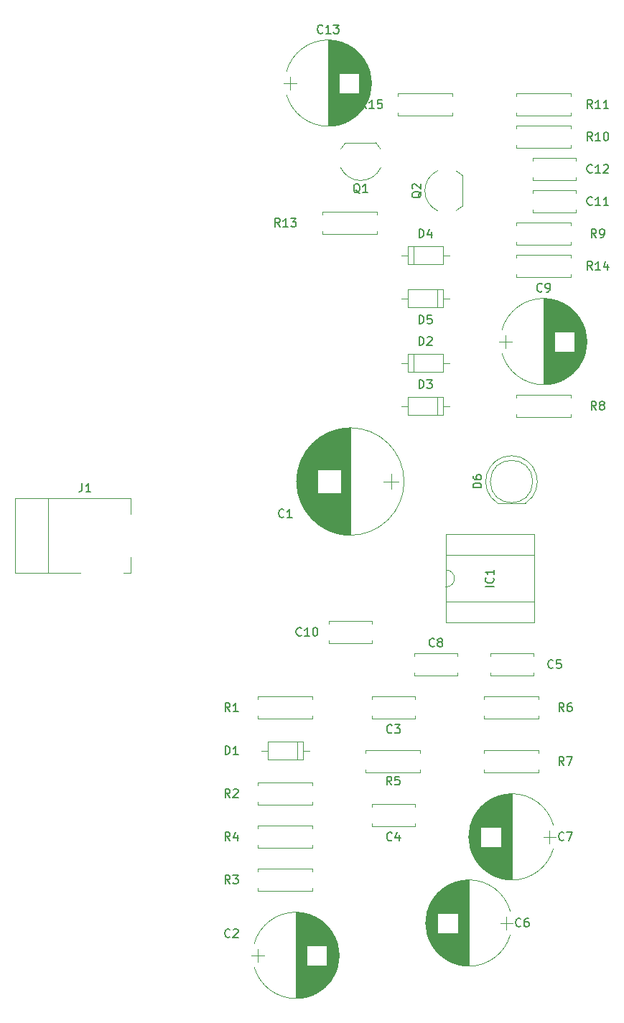
<source format=gbr>
G04 #@! TF.FileFunction,Legend,Top*
%FSLAX46Y46*%
G04 Gerber Fmt 4.6, Leading zero omitted, Abs format (unit mm)*
G04 Created by KiCad (PCBNEW 4.0.6) date 08/24/17 13:41:05*
%MOMM*%
%LPD*%
G01*
G04 APERTURE LIST*
%ADD10C,0.100000*%
%ADD11C,0.120000*%
%ADD12C,0.150000*%
G04 APERTURE END LIST*
D10*
D11*
X118140000Y-87630000D02*
G75*
G03X118140000Y-87630000I-6340000J0D01*
G01*
X111800000Y-93930000D02*
X111800000Y-81330000D01*
X111760000Y-93930000D02*
X111760000Y-81330000D01*
X111720000Y-93930000D02*
X111720000Y-81330000D01*
X111680000Y-93929000D02*
X111680000Y-81331000D01*
X111640000Y-93928000D02*
X111640000Y-81332000D01*
X111600000Y-93927000D02*
X111600000Y-81333000D01*
X111560000Y-93926000D02*
X111560000Y-81334000D01*
X111520000Y-93924000D02*
X111520000Y-81336000D01*
X111480000Y-93922000D02*
X111480000Y-81338000D01*
X111440000Y-93920000D02*
X111440000Y-81340000D01*
X111400000Y-93918000D02*
X111400000Y-81342000D01*
X111360000Y-93915000D02*
X111360000Y-81345000D01*
X111320000Y-93912000D02*
X111320000Y-81348000D01*
X111280000Y-93909000D02*
X111280000Y-81351000D01*
X111240000Y-93906000D02*
X111240000Y-81354000D01*
X111200000Y-93902000D02*
X111200000Y-81358000D01*
X111160000Y-93898000D02*
X111160000Y-81362000D01*
X111120000Y-93894000D02*
X111120000Y-81366000D01*
X111079000Y-93889000D02*
X111079000Y-81371000D01*
X111039000Y-93885000D02*
X111039000Y-81375000D01*
X110999000Y-93880000D02*
X110999000Y-81380000D01*
X110959000Y-93875000D02*
X110959000Y-81385000D01*
X110919000Y-93869000D02*
X110919000Y-81391000D01*
X110879000Y-93863000D02*
X110879000Y-81397000D01*
X110839000Y-93857000D02*
X110839000Y-81403000D01*
X110799000Y-93851000D02*
X110799000Y-81409000D01*
X110759000Y-93845000D02*
X110759000Y-81415000D01*
X110719000Y-93838000D02*
X110719000Y-81422000D01*
X110679000Y-93831000D02*
X110679000Y-89010000D01*
X110679000Y-86250000D02*
X110679000Y-81429000D01*
X110639000Y-93823000D02*
X110639000Y-89010000D01*
X110639000Y-86250000D02*
X110639000Y-81437000D01*
X110599000Y-93816000D02*
X110599000Y-89010000D01*
X110599000Y-86250000D02*
X110599000Y-81444000D01*
X110559000Y-93808000D02*
X110559000Y-89010000D01*
X110559000Y-86250000D02*
X110559000Y-81452000D01*
X110519000Y-93800000D02*
X110519000Y-89010000D01*
X110519000Y-86250000D02*
X110519000Y-81460000D01*
X110479000Y-93792000D02*
X110479000Y-89010000D01*
X110479000Y-86250000D02*
X110479000Y-81468000D01*
X110439000Y-93783000D02*
X110439000Y-89010000D01*
X110439000Y-86250000D02*
X110439000Y-81477000D01*
X110399000Y-93774000D02*
X110399000Y-89010000D01*
X110399000Y-86250000D02*
X110399000Y-81486000D01*
X110359000Y-93765000D02*
X110359000Y-89010000D01*
X110359000Y-86250000D02*
X110359000Y-81495000D01*
X110319000Y-93755000D02*
X110319000Y-89010000D01*
X110319000Y-86250000D02*
X110319000Y-81505000D01*
X110279000Y-93746000D02*
X110279000Y-89010000D01*
X110279000Y-86250000D02*
X110279000Y-81514000D01*
X110239000Y-93736000D02*
X110239000Y-89010000D01*
X110239000Y-86250000D02*
X110239000Y-81524000D01*
X110199000Y-93725000D02*
X110199000Y-89010000D01*
X110199000Y-86250000D02*
X110199000Y-81535000D01*
X110159000Y-93715000D02*
X110159000Y-89010000D01*
X110159000Y-86250000D02*
X110159000Y-81545000D01*
X110119000Y-93704000D02*
X110119000Y-89010000D01*
X110119000Y-86250000D02*
X110119000Y-81556000D01*
X110079000Y-93693000D02*
X110079000Y-89010000D01*
X110079000Y-86250000D02*
X110079000Y-81567000D01*
X110039000Y-93681000D02*
X110039000Y-89010000D01*
X110039000Y-86250000D02*
X110039000Y-81579000D01*
X109999000Y-93670000D02*
X109999000Y-89010000D01*
X109999000Y-86250000D02*
X109999000Y-81590000D01*
X109959000Y-93658000D02*
X109959000Y-89010000D01*
X109959000Y-86250000D02*
X109959000Y-81602000D01*
X109919000Y-93645000D02*
X109919000Y-89010000D01*
X109919000Y-86250000D02*
X109919000Y-81615000D01*
X109879000Y-93633000D02*
X109879000Y-89010000D01*
X109879000Y-86250000D02*
X109879000Y-81627000D01*
X109839000Y-93620000D02*
X109839000Y-89010000D01*
X109839000Y-86250000D02*
X109839000Y-81640000D01*
X109799000Y-93607000D02*
X109799000Y-89010000D01*
X109799000Y-86250000D02*
X109799000Y-81653000D01*
X109759000Y-93593000D02*
X109759000Y-89010000D01*
X109759000Y-86250000D02*
X109759000Y-81667000D01*
X109719000Y-93580000D02*
X109719000Y-89010000D01*
X109719000Y-86250000D02*
X109719000Y-81680000D01*
X109679000Y-93566000D02*
X109679000Y-89010000D01*
X109679000Y-86250000D02*
X109679000Y-81694000D01*
X109639000Y-93551000D02*
X109639000Y-89010000D01*
X109639000Y-86250000D02*
X109639000Y-81709000D01*
X109599000Y-93537000D02*
X109599000Y-89010000D01*
X109599000Y-86250000D02*
X109599000Y-81723000D01*
X109559000Y-93522000D02*
X109559000Y-89010000D01*
X109559000Y-86250000D02*
X109559000Y-81738000D01*
X109519000Y-93506000D02*
X109519000Y-89010000D01*
X109519000Y-86250000D02*
X109519000Y-81754000D01*
X109479000Y-93491000D02*
X109479000Y-89010000D01*
X109479000Y-86250000D02*
X109479000Y-81769000D01*
X109439000Y-93475000D02*
X109439000Y-89010000D01*
X109439000Y-86250000D02*
X109439000Y-81785000D01*
X109399000Y-93459000D02*
X109399000Y-89010000D01*
X109399000Y-86250000D02*
X109399000Y-81801000D01*
X109359000Y-93442000D02*
X109359000Y-89010000D01*
X109359000Y-86250000D02*
X109359000Y-81818000D01*
X109319000Y-93425000D02*
X109319000Y-89010000D01*
X109319000Y-86250000D02*
X109319000Y-81835000D01*
X109279000Y-93408000D02*
X109279000Y-89010000D01*
X109279000Y-86250000D02*
X109279000Y-81852000D01*
X109239000Y-93391000D02*
X109239000Y-89010000D01*
X109239000Y-86250000D02*
X109239000Y-81869000D01*
X109199000Y-93373000D02*
X109199000Y-89010000D01*
X109199000Y-86250000D02*
X109199000Y-81887000D01*
X109159000Y-93355000D02*
X109159000Y-89010000D01*
X109159000Y-86250000D02*
X109159000Y-81905000D01*
X109119000Y-93336000D02*
X109119000Y-89010000D01*
X109119000Y-86250000D02*
X109119000Y-81924000D01*
X109079000Y-93317000D02*
X109079000Y-89010000D01*
X109079000Y-86250000D02*
X109079000Y-81943000D01*
X109039000Y-93298000D02*
X109039000Y-89010000D01*
X109039000Y-86250000D02*
X109039000Y-81962000D01*
X108999000Y-93279000D02*
X108999000Y-89010000D01*
X108999000Y-86250000D02*
X108999000Y-81981000D01*
X108959000Y-93259000D02*
X108959000Y-89010000D01*
X108959000Y-86250000D02*
X108959000Y-82001000D01*
X108919000Y-93239000D02*
X108919000Y-89010000D01*
X108919000Y-86250000D02*
X108919000Y-82021000D01*
X108879000Y-93218000D02*
X108879000Y-89010000D01*
X108879000Y-86250000D02*
X108879000Y-82042000D01*
X108839000Y-93197000D02*
X108839000Y-89010000D01*
X108839000Y-86250000D02*
X108839000Y-82063000D01*
X108799000Y-93176000D02*
X108799000Y-89010000D01*
X108799000Y-86250000D02*
X108799000Y-82084000D01*
X108759000Y-93154000D02*
X108759000Y-89010000D01*
X108759000Y-86250000D02*
X108759000Y-82106000D01*
X108719000Y-93132000D02*
X108719000Y-89010000D01*
X108719000Y-86250000D02*
X108719000Y-82128000D01*
X108679000Y-93110000D02*
X108679000Y-89010000D01*
X108679000Y-86250000D02*
X108679000Y-82150000D01*
X108639000Y-93087000D02*
X108639000Y-89010000D01*
X108639000Y-86250000D02*
X108639000Y-82173000D01*
X108599000Y-93064000D02*
X108599000Y-89010000D01*
X108599000Y-86250000D02*
X108599000Y-82196000D01*
X108559000Y-93040000D02*
X108559000Y-89010000D01*
X108559000Y-86250000D02*
X108559000Y-82220000D01*
X108519000Y-93016000D02*
X108519000Y-89010000D01*
X108519000Y-86250000D02*
X108519000Y-82244000D01*
X108479000Y-92992000D02*
X108479000Y-89010000D01*
X108479000Y-86250000D02*
X108479000Y-82268000D01*
X108439000Y-92967000D02*
X108439000Y-89010000D01*
X108439000Y-86250000D02*
X108439000Y-82293000D01*
X108399000Y-92942000D02*
X108399000Y-89010000D01*
X108399000Y-86250000D02*
X108399000Y-82318000D01*
X108359000Y-92916000D02*
X108359000Y-89010000D01*
X108359000Y-86250000D02*
X108359000Y-82344000D01*
X108319000Y-92890000D02*
X108319000Y-89010000D01*
X108319000Y-86250000D02*
X108319000Y-82370000D01*
X108279000Y-92864000D02*
X108279000Y-89010000D01*
X108279000Y-86250000D02*
X108279000Y-82396000D01*
X108239000Y-92837000D02*
X108239000Y-89010000D01*
X108239000Y-86250000D02*
X108239000Y-82423000D01*
X108199000Y-92809000D02*
X108199000Y-89010000D01*
X108199000Y-86250000D02*
X108199000Y-82451000D01*
X108159000Y-92781000D02*
X108159000Y-89010000D01*
X108159000Y-86250000D02*
X108159000Y-82479000D01*
X108119000Y-92753000D02*
X108119000Y-89010000D01*
X108119000Y-86250000D02*
X108119000Y-82507000D01*
X108079000Y-92724000D02*
X108079000Y-89010000D01*
X108079000Y-86250000D02*
X108079000Y-82536000D01*
X108039000Y-92695000D02*
X108039000Y-89010000D01*
X108039000Y-86250000D02*
X108039000Y-82565000D01*
X107999000Y-92665000D02*
X107999000Y-89010000D01*
X107999000Y-86250000D02*
X107999000Y-82595000D01*
X107959000Y-92635000D02*
X107959000Y-89010000D01*
X107959000Y-86250000D02*
X107959000Y-82625000D01*
X107919000Y-92605000D02*
X107919000Y-82655000D01*
X107879000Y-92573000D02*
X107879000Y-82687000D01*
X107839000Y-92542000D02*
X107839000Y-82718000D01*
X107799000Y-92509000D02*
X107799000Y-82751000D01*
X107759000Y-92477000D02*
X107759000Y-82783000D01*
X107719000Y-92443000D02*
X107719000Y-82817000D01*
X107679000Y-92409000D02*
X107679000Y-82851000D01*
X107639000Y-92375000D02*
X107639000Y-82885000D01*
X107599000Y-92340000D02*
X107599000Y-82920000D01*
X107559000Y-92304000D02*
X107559000Y-82956000D01*
X107519000Y-92268000D02*
X107519000Y-82992000D01*
X107479000Y-92231000D02*
X107479000Y-83029000D01*
X107439000Y-92193000D02*
X107439000Y-83067000D01*
X107399000Y-92155000D02*
X107399000Y-83105000D01*
X107359000Y-92116000D02*
X107359000Y-83144000D01*
X107319000Y-92077000D02*
X107319000Y-83183000D01*
X107279000Y-92036000D02*
X107279000Y-83224000D01*
X107239000Y-91995000D02*
X107239000Y-83265000D01*
X107199000Y-91953000D02*
X107199000Y-83307000D01*
X107159000Y-91911000D02*
X107159000Y-83349000D01*
X107119000Y-91868000D02*
X107119000Y-83392000D01*
X107079000Y-91823000D02*
X107079000Y-83437000D01*
X107039000Y-91778000D02*
X107039000Y-83482000D01*
X106999000Y-91732000D02*
X106999000Y-83528000D01*
X106959000Y-91686000D02*
X106959000Y-83574000D01*
X106919000Y-91638000D02*
X106919000Y-83622000D01*
X106879000Y-91589000D02*
X106879000Y-83671000D01*
X106839000Y-91539000D02*
X106839000Y-83721000D01*
X106799000Y-91489000D02*
X106799000Y-83771000D01*
X106759000Y-91437000D02*
X106759000Y-83823000D01*
X106719000Y-91384000D02*
X106719000Y-83876000D01*
X106679000Y-91330000D02*
X106679000Y-83930000D01*
X106639000Y-91274000D02*
X106639000Y-83986000D01*
X106599000Y-91218000D02*
X106599000Y-84042000D01*
X106559000Y-91160000D02*
X106559000Y-84100000D01*
X106519000Y-91100000D02*
X106519000Y-84160000D01*
X106479000Y-91039000D02*
X106479000Y-84221000D01*
X106439000Y-90977000D02*
X106439000Y-84283000D01*
X106399000Y-90912000D02*
X106399000Y-84348000D01*
X106359000Y-90847000D02*
X106359000Y-84413000D01*
X106319000Y-90779000D02*
X106319000Y-84481000D01*
X106279000Y-90709000D02*
X106279000Y-84551000D01*
X106239000Y-90637000D02*
X106239000Y-84623000D01*
X106199000Y-90563000D02*
X106199000Y-84697000D01*
X106159000Y-90486000D02*
X106159000Y-84774000D01*
X106119000Y-90407000D02*
X106119000Y-84853000D01*
X106079000Y-90325000D02*
X106079000Y-84935000D01*
X106039000Y-90240000D02*
X106039000Y-85020000D01*
X105999000Y-90151000D02*
X105999000Y-85109000D01*
X105959000Y-90058000D02*
X105959000Y-85202000D01*
X105919000Y-89961000D02*
X105919000Y-85299000D01*
X105879000Y-89860000D02*
X105879000Y-85400000D01*
X105839000Y-89752000D02*
X105839000Y-85508000D01*
X105799000Y-89639000D02*
X105799000Y-85621000D01*
X105759000Y-89518000D02*
X105759000Y-85742000D01*
X105719000Y-89387000D02*
X105719000Y-85873000D01*
X105679000Y-89246000D02*
X105679000Y-86014000D01*
X105639000Y-89090000D02*
X105639000Y-86170000D01*
X105599000Y-88915000D02*
X105599000Y-86345000D01*
X105559000Y-88712000D02*
X105559000Y-86548000D01*
X105519000Y-88461000D02*
X105519000Y-86799000D01*
X105479000Y-88094000D02*
X105479000Y-87166000D01*
X117500000Y-87630000D02*
X115700000Y-87630000D01*
X116600000Y-88530000D02*
X116600000Y-86730000D01*
X110268437Y-142126736D02*
G75*
G03X100470643Y-142130000I-4898437J-1383264D01*
G01*
X110268437Y-144893264D02*
G75*
G02X100470643Y-144890000I-4898437J1383264D01*
G01*
X110268437Y-144893264D02*
G75*
G03X110269357Y-142130000I-4898437J1383264D01*
G01*
X105370000Y-138460000D02*
X105370000Y-148560000D01*
X105410000Y-138460000D02*
X105410000Y-148560000D01*
X105450000Y-138460000D02*
X105450000Y-148560000D01*
X105490000Y-138461000D02*
X105490000Y-148559000D01*
X105530000Y-138462000D02*
X105530000Y-148558000D01*
X105570000Y-138463000D02*
X105570000Y-148557000D01*
X105610000Y-138465000D02*
X105610000Y-148555000D01*
X105650000Y-138467000D02*
X105650000Y-148553000D01*
X105690000Y-138470000D02*
X105690000Y-148550000D01*
X105730000Y-138472000D02*
X105730000Y-148548000D01*
X105770000Y-138475000D02*
X105770000Y-148545000D01*
X105810000Y-138479000D02*
X105810000Y-148541000D01*
X105850000Y-138482000D02*
X105850000Y-148538000D01*
X105890000Y-138486000D02*
X105890000Y-148534000D01*
X105930000Y-138490000D02*
X105930000Y-148530000D01*
X105970000Y-138495000D02*
X105970000Y-148525000D01*
X106010000Y-138500000D02*
X106010000Y-148520000D01*
X106050000Y-138505000D02*
X106050000Y-148515000D01*
X106091000Y-138511000D02*
X106091000Y-148509000D01*
X106131000Y-138517000D02*
X106131000Y-148503000D01*
X106171000Y-138523000D02*
X106171000Y-148497000D01*
X106211000Y-138529000D02*
X106211000Y-148491000D01*
X106251000Y-138536000D02*
X106251000Y-148484000D01*
X106291000Y-138543000D02*
X106291000Y-148477000D01*
X106331000Y-138551000D02*
X106331000Y-148469000D01*
X106371000Y-138559000D02*
X106371000Y-148461000D01*
X106411000Y-138567000D02*
X106411000Y-148453000D01*
X106451000Y-138575000D02*
X106451000Y-148445000D01*
X106491000Y-138584000D02*
X106491000Y-148436000D01*
X106531000Y-138593000D02*
X106531000Y-148427000D01*
X106571000Y-138603000D02*
X106571000Y-148417000D01*
X106611000Y-138613000D02*
X106611000Y-148407000D01*
X106651000Y-138623000D02*
X106651000Y-148397000D01*
X106691000Y-138634000D02*
X106691000Y-142329000D01*
X106691000Y-144691000D02*
X106691000Y-148386000D01*
X106731000Y-138645000D02*
X106731000Y-142329000D01*
X106731000Y-144691000D02*
X106731000Y-148375000D01*
X106771000Y-138656000D02*
X106771000Y-142329000D01*
X106771000Y-144691000D02*
X106771000Y-148364000D01*
X106811000Y-138667000D02*
X106811000Y-142329000D01*
X106811000Y-144691000D02*
X106811000Y-148353000D01*
X106851000Y-138679000D02*
X106851000Y-142329000D01*
X106851000Y-144691000D02*
X106851000Y-148341000D01*
X106891000Y-138692000D02*
X106891000Y-142329000D01*
X106891000Y-144691000D02*
X106891000Y-148328000D01*
X106931000Y-138704000D02*
X106931000Y-142329000D01*
X106931000Y-144691000D02*
X106931000Y-148316000D01*
X106971000Y-138718000D02*
X106971000Y-142329000D01*
X106971000Y-144691000D02*
X106971000Y-148302000D01*
X107011000Y-138731000D02*
X107011000Y-142329000D01*
X107011000Y-144691000D02*
X107011000Y-148289000D01*
X107051000Y-138745000D02*
X107051000Y-142329000D01*
X107051000Y-144691000D02*
X107051000Y-148275000D01*
X107091000Y-138759000D02*
X107091000Y-142329000D01*
X107091000Y-144691000D02*
X107091000Y-148261000D01*
X107131000Y-138773000D02*
X107131000Y-142329000D01*
X107131000Y-144691000D02*
X107131000Y-148247000D01*
X107171000Y-138788000D02*
X107171000Y-142329000D01*
X107171000Y-144691000D02*
X107171000Y-148232000D01*
X107211000Y-138804000D02*
X107211000Y-142329000D01*
X107211000Y-144691000D02*
X107211000Y-148216000D01*
X107251000Y-138819000D02*
X107251000Y-142329000D01*
X107251000Y-144691000D02*
X107251000Y-148201000D01*
X107291000Y-138836000D02*
X107291000Y-142329000D01*
X107291000Y-144691000D02*
X107291000Y-148184000D01*
X107331000Y-138852000D02*
X107331000Y-142329000D01*
X107331000Y-144691000D02*
X107331000Y-148168000D01*
X107371000Y-138869000D02*
X107371000Y-142329000D01*
X107371000Y-144691000D02*
X107371000Y-148151000D01*
X107411000Y-138886000D02*
X107411000Y-142329000D01*
X107411000Y-144691000D02*
X107411000Y-148134000D01*
X107451000Y-138904000D02*
X107451000Y-142329000D01*
X107451000Y-144691000D02*
X107451000Y-148116000D01*
X107491000Y-138922000D02*
X107491000Y-142329000D01*
X107491000Y-144691000D02*
X107491000Y-148098000D01*
X107531000Y-138941000D02*
X107531000Y-142329000D01*
X107531000Y-144691000D02*
X107531000Y-148079000D01*
X107571000Y-138960000D02*
X107571000Y-142329000D01*
X107571000Y-144691000D02*
X107571000Y-148060000D01*
X107611000Y-138979000D02*
X107611000Y-142329000D01*
X107611000Y-144691000D02*
X107611000Y-148041000D01*
X107651000Y-138999000D02*
X107651000Y-142329000D01*
X107651000Y-144691000D02*
X107651000Y-148021000D01*
X107691000Y-139019000D02*
X107691000Y-142329000D01*
X107691000Y-144691000D02*
X107691000Y-148001000D01*
X107731000Y-139040000D02*
X107731000Y-142329000D01*
X107731000Y-144691000D02*
X107731000Y-147980000D01*
X107771000Y-139061000D02*
X107771000Y-142329000D01*
X107771000Y-144691000D02*
X107771000Y-147959000D01*
X107811000Y-139082000D02*
X107811000Y-142329000D01*
X107811000Y-144691000D02*
X107811000Y-147938000D01*
X107851000Y-139105000D02*
X107851000Y-142329000D01*
X107851000Y-144691000D02*
X107851000Y-147915000D01*
X107891000Y-139127000D02*
X107891000Y-142329000D01*
X107891000Y-144691000D02*
X107891000Y-147893000D01*
X107931000Y-139150000D02*
X107931000Y-142329000D01*
X107931000Y-144691000D02*
X107931000Y-147870000D01*
X107971000Y-139174000D02*
X107971000Y-142329000D01*
X107971000Y-144691000D02*
X107971000Y-147846000D01*
X108011000Y-139198000D02*
X108011000Y-142329000D01*
X108011000Y-144691000D02*
X108011000Y-147822000D01*
X108051000Y-139222000D02*
X108051000Y-142329000D01*
X108051000Y-144691000D02*
X108051000Y-147798000D01*
X108091000Y-139247000D02*
X108091000Y-142329000D01*
X108091000Y-144691000D02*
X108091000Y-147773000D01*
X108131000Y-139273000D02*
X108131000Y-142329000D01*
X108131000Y-144691000D02*
X108131000Y-147747000D01*
X108171000Y-139299000D02*
X108171000Y-142329000D01*
X108171000Y-144691000D02*
X108171000Y-147721000D01*
X108211000Y-139325000D02*
X108211000Y-142329000D01*
X108211000Y-144691000D02*
X108211000Y-147695000D01*
X108251000Y-139353000D02*
X108251000Y-142329000D01*
X108251000Y-144691000D02*
X108251000Y-147667000D01*
X108291000Y-139380000D02*
X108291000Y-142329000D01*
X108291000Y-144691000D02*
X108291000Y-147640000D01*
X108331000Y-139409000D02*
X108331000Y-142329000D01*
X108331000Y-144691000D02*
X108331000Y-147611000D01*
X108371000Y-139438000D02*
X108371000Y-142329000D01*
X108371000Y-144691000D02*
X108371000Y-147582000D01*
X108411000Y-139467000D02*
X108411000Y-142329000D01*
X108411000Y-144691000D02*
X108411000Y-147553000D01*
X108451000Y-139497000D02*
X108451000Y-142329000D01*
X108451000Y-144691000D02*
X108451000Y-147523000D01*
X108491000Y-139528000D02*
X108491000Y-142329000D01*
X108491000Y-144691000D02*
X108491000Y-147492000D01*
X108531000Y-139559000D02*
X108531000Y-142329000D01*
X108531000Y-144691000D02*
X108531000Y-147461000D01*
X108571000Y-139591000D02*
X108571000Y-142329000D01*
X108571000Y-144691000D02*
X108571000Y-147429000D01*
X108611000Y-139624000D02*
X108611000Y-142329000D01*
X108611000Y-144691000D02*
X108611000Y-147396000D01*
X108651000Y-139657000D02*
X108651000Y-142329000D01*
X108651000Y-144691000D02*
X108651000Y-147363000D01*
X108691000Y-139691000D02*
X108691000Y-142329000D01*
X108691000Y-144691000D02*
X108691000Y-147329000D01*
X108731000Y-139726000D02*
X108731000Y-142329000D01*
X108731000Y-144691000D02*
X108731000Y-147294000D01*
X108771000Y-139762000D02*
X108771000Y-142329000D01*
X108771000Y-144691000D02*
X108771000Y-147258000D01*
X108811000Y-139798000D02*
X108811000Y-142329000D01*
X108811000Y-144691000D02*
X108811000Y-147222000D01*
X108851000Y-139835000D02*
X108851000Y-142329000D01*
X108851000Y-144691000D02*
X108851000Y-147185000D01*
X108891000Y-139873000D02*
X108891000Y-142329000D01*
X108891000Y-144691000D02*
X108891000Y-147147000D01*
X108931000Y-139912000D02*
X108931000Y-142329000D01*
X108931000Y-144691000D02*
X108931000Y-147108000D01*
X108971000Y-139951000D02*
X108971000Y-142329000D01*
X108971000Y-144691000D02*
X108971000Y-147069000D01*
X109011000Y-139992000D02*
X109011000Y-142329000D01*
X109011000Y-144691000D02*
X109011000Y-147028000D01*
X109051000Y-140033000D02*
X109051000Y-146987000D01*
X109091000Y-140075000D02*
X109091000Y-146945000D01*
X109131000Y-140119000D02*
X109131000Y-146901000D01*
X109171000Y-140163000D02*
X109171000Y-146857000D01*
X109211000Y-140208000D02*
X109211000Y-146812000D01*
X109251000Y-140255000D02*
X109251000Y-146765000D01*
X109291000Y-140303000D02*
X109291000Y-146717000D01*
X109331000Y-140352000D02*
X109331000Y-146668000D01*
X109371000Y-140402000D02*
X109371000Y-146618000D01*
X109411000Y-140453000D02*
X109411000Y-146567000D01*
X109451000Y-140506000D02*
X109451000Y-146514000D01*
X109491000Y-140561000D02*
X109491000Y-146459000D01*
X109531000Y-140616000D02*
X109531000Y-146404000D01*
X109571000Y-140674000D02*
X109571000Y-146346000D01*
X109611000Y-140733000D02*
X109611000Y-146287000D01*
X109651000Y-140795000D02*
X109651000Y-146225000D01*
X109691000Y-140858000D02*
X109691000Y-146162000D01*
X109731000Y-140923000D02*
X109731000Y-146097000D01*
X109771000Y-140991000D02*
X109771000Y-146029000D01*
X109811000Y-141061000D02*
X109811000Y-145959000D01*
X109851000Y-141133000D02*
X109851000Y-145887000D01*
X109891000Y-141209000D02*
X109891000Y-145811000D01*
X109931000Y-141288000D02*
X109931000Y-145732000D01*
X109971000Y-141370000D02*
X109971000Y-145650000D01*
X110011000Y-141457000D02*
X110011000Y-145563000D01*
X110051000Y-141548000D02*
X110051000Y-145472000D01*
X110091000Y-141644000D02*
X110091000Y-145376000D01*
X110131000Y-141747000D02*
X110131000Y-145273000D01*
X110171000Y-141856000D02*
X110171000Y-145164000D01*
X110211000Y-141974000D02*
X110211000Y-145046000D01*
X110251000Y-142103000D02*
X110251000Y-144917000D01*
X110291000Y-142245000D02*
X110291000Y-144775000D01*
X110331000Y-142406000D02*
X110331000Y-144614000D01*
X110371000Y-142597000D02*
X110371000Y-144423000D01*
X110411000Y-142838000D02*
X110411000Y-144182000D01*
X110451000Y-143231000D02*
X110451000Y-143789000D01*
X100170000Y-143510000D02*
X101670000Y-143510000D01*
X100920000Y-142760000D02*
X100920000Y-144260000D01*
X119440000Y-115610000D02*
X114320000Y-115610000D01*
X119440000Y-112990000D02*
X114320000Y-112990000D01*
X119440000Y-115610000D02*
X119440000Y-115296000D01*
X119440000Y-113304000D02*
X119440000Y-112990000D01*
X114320000Y-115610000D02*
X114320000Y-115296000D01*
X114320000Y-113304000D02*
X114320000Y-112990000D01*
X119440000Y-128310000D02*
X114320000Y-128310000D01*
X119440000Y-125690000D02*
X114320000Y-125690000D01*
X119440000Y-128310000D02*
X119440000Y-127996000D01*
X119440000Y-126004000D02*
X119440000Y-125690000D01*
X114320000Y-128310000D02*
X114320000Y-127996000D01*
X114320000Y-126004000D02*
X114320000Y-125690000D01*
X133410000Y-110530000D02*
X128290000Y-110530000D01*
X133410000Y-107910000D02*
X128290000Y-107910000D01*
X133410000Y-110530000D02*
X133410000Y-110216000D01*
X133410000Y-108224000D02*
X133410000Y-107910000D01*
X128290000Y-110530000D02*
X128290000Y-110216000D01*
X128290000Y-108224000D02*
X128290000Y-107910000D01*
X120871563Y-141083264D02*
G75*
G03X130669357Y-141080000I4898437J1383264D01*
G01*
X120871563Y-138316736D02*
G75*
G02X130669357Y-138320000I4898437J-1383264D01*
G01*
X120871563Y-138316736D02*
G75*
G03X120870643Y-141080000I4898437J-1383264D01*
G01*
X125770000Y-144750000D02*
X125770000Y-134650000D01*
X125730000Y-144750000D02*
X125730000Y-134650000D01*
X125690000Y-144750000D02*
X125690000Y-134650000D01*
X125650000Y-144749000D02*
X125650000Y-134651000D01*
X125610000Y-144748000D02*
X125610000Y-134652000D01*
X125570000Y-144747000D02*
X125570000Y-134653000D01*
X125530000Y-144745000D02*
X125530000Y-134655000D01*
X125490000Y-144743000D02*
X125490000Y-134657000D01*
X125450000Y-144740000D02*
X125450000Y-134660000D01*
X125410000Y-144738000D02*
X125410000Y-134662000D01*
X125370000Y-144735000D02*
X125370000Y-134665000D01*
X125330000Y-144731000D02*
X125330000Y-134669000D01*
X125290000Y-144728000D02*
X125290000Y-134672000D01*
X125250000Y-144724000D02*
X125250000Y-134676000D01*
X125210000Y-144720000D02*
X125210000Y-134680000D01*
X125170000Y-144715000D02*
X125170000Y-134685000D01*
X125130000Y-144710000D02*
X125130000Y-134690000D01*
X125090000Y-144705000D02*
X125090000Y-134695000D01*
X125049000Y-144699000D02*
X125049000Y-134701000D01*
X125009000Y-144693000D02*
X125009000Y-134707000D01*
X124969000Y-144687000D02*
X124969000Y-134713000D01*
X124929000Y-144681000D02*
X124929000Y-134719000D01*
X124889000Y-144674000D02*
X124889000Y-134726000D01*
X124849000Y-144667000D02*
X124849000Y-134733000D01*
X124809000Y-144659000D02*
X124809000Y-134741000D01*
X124769000Y-144651000D02*
X124769000Y-134749000D01*
X124729000Y-144643000D02*
X124729000Y-134757000D01*
X124689000Y-144635000D02*
X124689000Y-134765000D01*
X124649000Y-144626000D02*
X124649000Y-134774000D01*
X124609000Y-144617000D02*
X124609000Y-134783000D01*
X124569000Y-144607000D02*
X124569000Y-134793000D01*
X124529000Y-144597000D02*
X124529000Y-134803000D01*
X124489000Y-144587000D02*
X124489000Y-134813000D01*
X124449000Y-144576000D02*
X124449000Y-140881000D01*
X124449000Y-138519000D02*
X124449000Y-134824000D01*
X124409000Y-144565000D02*
X124409000Y-140881000D01*
X124409000Y-138519000D02*
X124409000Y-134835000D01*
X124369000Y-144554000D02*
X124369000Y-140881000D01*
X124369000Y-138519000D02*
X124369000Y-134846000D01*
X124329000Y-144543000D02*
X124329000Y-140881000D01*
X124329000Y-138519000D02*
X124329000Y-134857000D01*
X124289000Y-144531000D02*
X124289000Y-140881000D01*
X124289000Y-138519000D02*
X124289000Y-134869000D01*
X124249000Y-144518000D02*
X124249000Y-140881000D01*
X124249000Y-138519000D02*
X124249000Y-134882000D01*
X124209000Y-144506000D02*
X124209000Y-140881000D01*
X124209000Y-138519000D02*
X124209000Y-134894000D01*
X124169000Y-144492000D02*
X124169000Y-140881000D01*
X124169000Y-138519000D02*
X124169000Y-134908000D01*
X124129000Y-144479000D02*
X124129000Y-140881000D01*
X124129000Y-138519000D02*
X124129000Y-134921000D01*
X124089000Y-144465000D02*
X124089000Y-140881000D01*
X124089000Y-138519000D02*
X124089000Y-134935000D01*
X124049000Y-144451000D02*
X124049000Y-140881000D01*
X124049000Y-138519000D02*
X124049000Y-134949000D01*
X124009000Y-144437000D02*
X124009000Y-140881000D01*
X124009000Y-138519000D02*
X124009000Y-134963000D01*
X123969000Y-144422000D02*
X123969000Y-140881000D01*
X123969000Y-138519000D02*
X123969000Y-134978000D01*
X123929000Y-144406000D02*
X123929000Y-140881000D01*
X123929000Y-138519000D02*
X123929000Y-134994000D01*
X123889000Y-144391000D02*
X123889000Y-140881000D01*
X123889000Y-138519000D02*
X123889000Y-135009000D01*
X123849000Y-144374000D02*
X123849000Y-140881000D01*
X123849000Y-138519000D02*
X123849000Y-135026000D01*
X123809000Y-144358000D02*
X123809000Y-140881000D01*
X123809000Y-138519000D02*
X123809000Y-135042000D01*
X123769000Y-144341000D02*
X123769000Y-140881000D01*
X123769000Y-138519000D02*
X123769000Y-135059000D01*
X123729000Y-144324000D02*
X123729000Y-140881000D01*
X123729000Y-138519000D02*
X123729000Y-135076000D01*
X123689000Y-144306000D02*
X123689000Y-140881000D01*
X123689000Y-138519000D02*
X123689000Y-135094000D01*
X123649000Y-144288000D02*
X123649000Y-140881000D01*
X123649000Y-138519000D02*
X123649000Y-135112000D01*
X123609000Y-144269000D02*
X123609000Y-140881000D01*
X123609000Y-138519000D02*
X123609000Y-135131000D01*
X123569000Y-144250000D02*
X123569000Y-140881000D01*
X123569000Y-138519000D02*
X123569000Y-135150000D01*
X123529000Y-144231000D02*
X123529000Y-140881000D01*
X123529000Y-138519000D02*
X123529000Y-135169000D01*
X123489000Y-144211000D02*
X123489000Y-140881000D01*
X123489000Y-138519000D02*
X123489000Y-135189000D01*
X123449000Y-144191000D02*
X123449000Y-140881000D01*
X123449000Y-138519000D02*
X123449000Y-135209000D01*
X123409000Y-144170000D02*
X123409000Y-140881000D01*
X123409000Y-138519000D02*
X123409000Y-135230000D01*
X123369000Y-144149000D02*
X123369000Y-140881000D01*
X123369000Y-138519000D02*
X123369000Y-135251000D01*
X123329000Y-144128000D02*
X123329000Y-140881000D01*
X123329000Y-138519000D02*
X123329000Y-135272000D01*
X123289000Y-144105000D02*
X123289000Y-140881000D01*
X123289000Y-138519000D02*
X123289000Y-135295000D01*
X123249000Y-144083000D02*
X123249000Y-140881000D01*
X123249000Y-138519000D02*
X123249000Y-135317000D01*
X123209000Y-144060000D02*
X123209000Y-140881000D01*
X123209000Y-138519000D02*
X123209000Y-135340000D01*
X123169000Y-144036000D02*
X123169000Y-140881000D01*
X123169000Y-138519000D02*
X123169000Y-135364000D01*
X123129000Y-144012000D02*
X123129000Y-140881000D01*
X123129000Y-138519000D02*
X123129000Y-135388000D01*
X123089000Y-143988000D02*
X123089000Y-140881000D01*
X123089000Y-138519000D02*
X123089000Y-135412000D01*
X123049000Y-143963000D02*
X123049000Y-140881000D01*
X123049000Y-138519000D02*
X123049000Y-135437000D01*
X123009000Y-143937000D02*
X123009000Y-140881000D01*
X123009000Y-138519000D02*
X123009000Y-135463000D01*
X122969000Y-143911000D02*
X122969000Y-140881000D01*
X122969000Y-138519000D02*
X122969000Y-135489000D01*
X122929000Y-143885000D02*
X122929000Y-140881000D01*
X122929000Y-138519000D02*
X122929000Y-135515000D01*
X122889000Y-143857000D02*
X122889000Y-140881000D01*
X122889000Y-138519000D02*
X122889000Y-135543000D01*
X122849000Y-143830000D02*
X122849000Y-140881000D01*
X122849000Y-138519000D02*
X122849000Y-135570000D01*
X122809000Y-143801000D02*
X122809000Y-140881000D01*
X122809000Y-138519000D02*
X122809000Y-135599000D01*
X122769000Y-143772000D02*
X122769000Y-140881000D01*
X122769000Y-138519000D02*
X122769000Y-135628000D01*
X122729000Y-143743000D02*
X122729000Y-140881000D01*
X122729000Y-138519000D02*
X122729000Y-135657000D01*
X122689000Y-143713000D02*
X122689000Y-140881000D01*
X122689000Y-138519000D02*
X122689000Y-135687000D01*
X122649000Y-143682000D02*
X122649000Y-140881000D01*
X122649000Y-138519000D02*
X122649000Y-135718000D01*
X122609000Y-143651000D02*
X122609000Y-140881000D01*
X122609000Y-138519000D02*
X122609000Y-135749000D01*
X122569000Y-143619000D02*
X122569000Y-140881000D01*
X122569000Y-138519000D02*
X122569000Y-135781000D01*
X122529000Y-143586000D02*
X122529000Y-140881000D01*
X122529000Y-138519000D02*
X122529000Y-135814000D01*
X122489000Y-143553000D02*
X122489000Y-140881000D01*
X122489000Y-138519000D02*
X122489000Y-135847000D01*
X122449000Y-143519000D02*
X122449000Y-140881000D01*
X122449000Y-138519000D02*
X122449000Y-135881000D01*
X122409000Y-143484000D02*
X122409000Y-140881000D01*
X122409000Y-138519000D02*
X122409000Y-135916000D01*
X122369000Y-143448000D02*
X122369000Y-140881000D01*
X122369000Y-138519000D02*
X122369000Y-135952000D01*
X122329000Y-143412000D02*
X122329000Y-140881000D01*
X122329000Y-138519000D02*
X122329000Y-135988000D01*
X122289000Y-143375000D02*
X122289000Y-140881000D01*
X122289000Y-138519000D02*
X122289000Y-136025000D01*
X122249000Y-143337000D02*
X122249000Y-140881000D01*
X122249000Y-138519000D02*
X122249000Y-136063000D01*
X122209000Y-143298000D02*
X122209000Y-140881000D01*
X122209000Y-138519000D02*
X122209000Y-136102000D01*
X122169000Y-143259000D02*
X122169000Y-140881000D01*
X122169000Y-138519000D02*
X122169000Y-136141000D01*
X122129000Y-143218000D02*
X122129000Y-140881000D01*
X122129000Y-138519000D02*
X122129000Y-136182000D01*
X122089000Y-143177000D02*
X122089000Y-136223000D01*
X122049000Y-143135000D02*
X122049000Y-136265000D01*
X122009000Y-143091000D02*
X122009000Y-136309000D01*
X121969000Y-143047000D02*
X121969000Y-136353000D01*
X121929000Y-143002000D02*
X121929000Y-136398000D01*
X121889000Y-142955000D02*
X121889000Y-136445000D01*
X121849000Y-142907000D02*
X121849000Y-136493000D01*
X121809000Y-142858000D02*
X121809000Y-136542000D01*
X121769000Y-142808000D02*
X121769000Y-136592000D01*
X121729000Y-142757000D02*
X121729000Y-136643000D01*
X121689000Y-142704000D02*
X121689000Y-136696000D01*
X121649000Y-142649000D02*
X121649000Y-136751000D01*
X121609000Y-142594000D02*
X121609000Y-136806000D01*
X121569000Y-142536000D02*
X121569000Y-136864000D01*
X121529000Y-142477000D02*
X121529000Y-136923000D01*
X121489000Y-142415000D02*
X121489000Y-136985000D01*
X121449000Y-142352000D02*
X121449000Y-137048000D01*
X121409000Y-142287000D02*
X121409000Y-137113000D01*
X121369000Y-142219000D02*
X121369000Y-137181000D01*
X121329000Y-142149000D02*
X121329000Y-137251000D01*
X121289000Y-142077000D02*
X121289000Y-137323000D01*
X121249000Y-142001000D02*
X121249000Y-137399000D01*
X121209000Y-141922000D02*
X121209000Y-137478000D01*
X121169000Y-141840000D02*
X121169000Y-137560000D01*
X121129000Y-141753000D02*
X121129000Y-137647000D01*
X121089000Y-141662000D02*
X121089000Y-137738000D01*
X121049000Y-141566000D02*
X121049000Y-137834000D01*
X121009000Y-141463000D02*
X121009000Y-137937000D01*
X120969000Y-141354000D02*
X120969000Y-138046000D01*
X120929000Y-141236000D02*
X120929000Y-138164000D01*
X120889000Y-141107000D02*
X120889000Y-138293000D01*
X120849000Y-140965000D02*
X120849000Y-138435000D01*
X120809000Y-140804000D02*
X120809000Y-138596000D01*
X120769000Y-140613000D02*
X120769000Y-138787000D01*
X120729000Y-140372000D02*
X120729000Y-139028000D01*
X120689000Y-139979000D02*
X120689000Y-139421000D01*
X130970000Y-139700000D02*
X129470000Y-139700000D01*
X130220000Y-140450000D02*
X130220000Y-138950000D01*
X125951563Y-130923264D02*
G75*
G03X135749357Y-130920000I4898437J1383264D01*
G01*
X125951563Y-128156736D02*
G75*
G02X135749357Y-128160000I4898437J-1383264D01*
G01*
X125951563Y-128156736D02*
G75*
G03X125950643Y-130920000I4898437J-1383264D01*
G01*
X130850000Y-134590000D02*
X130850000Y-124490000D01*
X130810000Y-134590000D02*
X130810000Y-124490000D01*
X130770000Y-134590000D02*
X130770000Y-124490000D01*
X130730000Y-134589000D02*
X130730000Y-124491000D01*
X130690000Y-134588000D02*
X130690000Y-124492000D01*
X130650000Y-134587000D02*
X130650000Y-124493000D01*
X130610000Y-134585000D02*
X130610000Y-124495000D01*
X130570000Y-134583000D02*
X130570000Y-124497000D01*
X130530000Y-134580000D02*
X130530000Y-124500000D01*
X130490000Y-134578000D02*
X130490000Y-124502000D01*
X130450000Y-134575000D02*
X130450000Y-124505000D01*
X130410000Y-134571000D02*
X130410000Y-124509000D01*
X130370000Y-134568000D02*
X130370000Y-124512000D01*
X130330000Y-134564000D02*
X130330000Y-124516000D01*
X130290000Y-134560000D02*
X130290000Y-124520000D01*
X130250000Y-134555000D02*
X130250000Y-124525000D01*
X130210000Y-134550000D02*
X130210000Y-124530000D01*
X130170000Y-134545000D02*
X130170000Y-124535000D01*
X130129000Y-134539000D02*
X130129000Y-124541000D01*
X130089000Y-134533000D02*
X130089000Y-124547000D01*
X130049000Y-134527000D02*
X130049000Y-124553000D01*
X130009000Y-134521000D02*
X130009000Y-124559000D01*
X129969000Y-134514000D02*
X129969000Y-124566000D01*
X129929000Y-134507000D02*
X129929000Y-124573000D01*
X129889000Y-134499000D02*
X129889000Y-124581000D01*
X129849000Y-134491000D02*
X129849000Y-124589000D01*
X129809000Y-134483000D02*
X129809000Y-124597000D01*
X129769000Y-134475000D02*
X129769000Y-124605000D01*
X129729000Y-134466000D02*
X129729000Y-124614000D01*
X129689000Y-134457000D02*
X129689000Y-124623000D01*
X129649000Y-134447000D02*
X129649000Y-124633000D01*
X129609000Y-134437000D02*
X129609000Y-124643000D01*
X129569000Y-134427000D02*
X129569000Y-124653000D01*
X129529000Y-134416000D02*
X129529000Y-130721000D01*
X129529000Y-128359000D02*
X129529000Y-124664000D01*
X129489000Y-134405000D02*
X129489000Y-130721000D01*
X129489000Y-128359000D02*
X129489000Y-124675000D01*
X129449000Y-134394000D02*
X129449000Y-130721000D01*
X129449000Y-128359000D02*
X129449000Y-124686000D01*
X129409000Y-134383000D02*
X129409000Y-130721000D01*
X129409000Y-128359000D02*
X129409000Y-124697000D01*
X129369000Y-134371000D02*
X129369000Y-130721000D01*
X129369000Y-128359000D02*
X129369000Y-124709000D01*
X129329000Y-134358000D02*
X129329000Y-130721000D01*
X129329000Y-128359000D02*
X129329000Y-124722000D01*
X129289000Y-134346000D02*
X129289000Y-130721000D01*
X129289000Y-128359000D02*
X129289000Y-124734000D01*
X129249000Y-134332000D02*
X129249000Y-130721000D01*
X129249000Y-128359000D02*
X129249000Y-124748000D01*
X129209000Y-134319000D02*
X129209000Y-130721000D01*
X129209000Y-128359000D02*
X129209000Y-124761000D01*
X129169000Y-134305000D02*
X129169000Y-130721000D01*
X129169000Y-128359000D02*
X129169000Y-124775000D01*
X129129000Y-134291000D02*
X129129000Y-130721000D01*
X129129000Y-128359000D02*
X129129000Y-124789000D01*
X129089000Y-134277000D02*
X129089000Y-130721000D01*
X129089000Y-128359000D02*
X129089000Y-124803000D01*
X129049000Y-134262000D02*
X129049000Y-130721000D01*
X129049000Y-128359000D02*
X129049000Y-124818000D01*
X129009000Y-134246000D02*
X129009000Y-130721000D01*
X129009000Y-128359000D02*
X129009000Y-124834000D01*
X128969000Y-134231000D02*
X128969000Y-130721000D01*
X128969000Y-128359000D02*
X128969000Y-124849000D01*
X128929000Y-134214000D02*
X128929000Y-130721000D01*
X128929000Y-128359000D02*
X128929000Y-124866000D01*
X128889000Y-134198000D02*
X128889000Y-130721000D01*
X128889000Y-128359000D02*
X128889000Y-124882000D01*
X128849000Y-134181000D02*
X128849000Y-130721000D01*
X128849000Y-128359000D02*
X128849000Y-124899000D01*
X128809000Y-134164000D02*
X128809000Y-130721000D01*
X128809000Y-128359000D02*
X128809000Y-124916000D01*
X128769000Y-134146000D02*
X128769000Y-130721000D01*
X128769000Y-128359000D02*
X128769000Y-124934000D01*
X128729000Y-134128000D02*
X128729000Y-130721000D01*
X128729000Y-128359000D02*
X128729000Y-124952000D01*
X128689000Y-134109000D02*
X128689000Y-130721000D01*
X128689000Y-128359000D02*
X128689000Y-124971000D01*
X128649000Y-134090000D02*
X128649000Y-130721000D01*
X128649000Y-128359000D02*
X128649000Y-124990000D01*
X128609000Y-134071000D02*
X128609000Y-130721000D01*
X128609000Y-128359000D02*
X128609000Y-125009000D01*
X128569000Y-134051000D02*
X128569000Y-130721000D01*
X128569000Y-128359000D02*
X128569000Y-125029000D01*
X128529000Y-134031000D02*
X128529000Y-130721000D01*
X128529000Y-128359000D02*
X128529000Y-125049000D01*
X128489000Y-134010000D02*
X128489000Y-130721000D01*
X128489000Y-128359000D02*
X128489000Y-125070000D01*
X128449000Y-133989000D02*
X128449000Y-130721000D01*
X128449000Y-128359000D02*
X128449000Y-125091000D01*
X128409000Y-133968000D02*
X128409000Y-130721000D01*
X128409000Y-128359000D02*
X128409000Y-125112000D01*
X128369000Y-133945000D02*
X128369000Y-130721000D01*
X128369000Y-128359000D02*
X128369000Y-125135000D01*
X128329000Y-133923000D02*
X128329000Y-130721000D01*
X128329000Y-128359000D02*
X128329000Y-125157000D01*
X128289000Y-133900000D02*
X128289000Y-130721000D01*
X128289000Y-128359000D02*
X128289000Y-125180000D01*
X128249000Y-133876000D02*
X128249000Y-130721000D01*
X128249000Y-128359000D02*
X128249000Y-125204000D01*
X128209000Y-133852000D02*
X128209000Y-130721000D01*
X128209000Y-128359000D02*
X128209000Y-125228000D01*
X128169000Y-133828000D02*
X128169000Y-130721000D01*
X128169000Y-128359000D02*
X128169000Y-125252000D01*
X128129000Y-133803000D02*
X128129000Y-130721000D01*
X128129000Y-128359000D02*
X128129000Y-125277000D01*
X128089000Y-133777000D02*
X128089000Y-130721000D01*
X128089000Y-128359000D02*
X128089000Y-125303000D01*
X128049000Y-133751000D02*
X128049000Y-130721000D01*
X128049000Y-128359000D02*
X128049000Y-125329000D01*
X128009000Y-133725000D02*
X128009000Y-130721000D01*
X128009000Y-128359000D02*
X128009000Y-125355000D01*
X127969000Y-133697000D02*
X127969000Y-130721000D01*
X127969000Y-128359000D02*
X127969000Y-125383000D01*
X127929000Y-133670000D02*
X127929000Y-130721000D01*
X127929000Y-128359000D02*
X127929000Y-125410000D01*
X127889000Y-133641000D02*
X127889000Y-130721000D01*
X127889000Y-128359000D02*
X127889000Y-125439000D01*
X127849000Y-133612000D02*
X127849000Y-130721000D01*
X127849000Y-128359000D02*
X127849000Y-125468000D01*
X127809000Y-133583000D02*
X127809000Y-130721000D01*
X127809000Y-128359000D02*
X127809000Y-125497000D01*
X127769000Y-133553000D02*
X127769000Y-130721000D01*
X127769000Y-128359000D02*
X127769000Y-125527000D01*
X127729000Y-133522000D02*
X127729000Y-130721000D01*
X127729000Y-128359000D02*
X127729000Y-125558000D01*
X127689000Y-133491000D02*
X127689000Y-130721000D01*
X127689000Y-128359000D02*
X127689000Y-125589000D01*
X127649000Y-133459000D02*
X127649000Y-130721000D01*
X127649000Y-128359000D02*
X127649000Y-125621000D01*
X127609000Y-133426000D02*
X127609000Y-130721000D01*
X127609000Y-128359000D02*
X127609000Y-125654000D01*
X127569000Y-133393000D02*
X127569000Y-130721000D01*
X127569000Y-128359000D02*
X127569000Y-125687000D01*
X127529000Y-133359000D02*
X127529000Y-130721000D01*
X127529000Y-128359000D02*
X127529000Y-125721000D01*
X127489000Y-133324000D02*
X127489000Y-130721000D01*
X127489000Y-128359000D02*
X127489000Y-125756000D01*
X127449000Y-133288000D02*
X127449000Y-130721000D01*
X127449000Y-128359000D02*
X127449000Y-125792000D01*
X127409000Y-133252000D02*
X127409000Y-130721000D01*
X127409000Y-128359000D02*
X127409000Y-125828000D01*
X127369000Y-133215000D02*
X127369000Y-130721000D01*
X127369000Y-128359000D02*
X127369000Y-125865000D01*
X127329000Y-133177000D02*
X127329000Y-130721000D01*
X127329000Y-128359000D02*
X127329000Y-125903000D01*
X127289000Y-133138000D02*
X127289000Y-130721000D01*
X127289000Y-128359000D02*
X127289000Y-125942000D01*
X127249000Y-133099000D02*
X127249000Y-130721000D01*
X127249000Y-128359000D02*
X127249000Y-125981000D01*
X127209000Y-133058000D02*
X127209000Y-130721000D01*
X127209000Y-128359000D02*
X127209000Y-126022000D01*
X127169000Y-133017000D02*
X127169000Y-126063000D01*
X127129000Y-132975000D02*
X127129000Y-126105000D01*
X127089000Y-132931000D02*
X127089000Y-126149000D01*
X127049000Y-132887000D02*
X127049000Y-126193000D01*
X127009000Y-132842000D02*
X127009000Y-126238000D01*
X126969000Y-132795000D02*
X126969000Y-126285000D01*
X126929000Y-132747000D02*
X126929000Y-126333000D01*
X126889000Y-132698000D02*
X126889000Y-126382000D01*
X126849000Y-132648000D02*
X126849000Y-126432000D01*
X126809000Y-132597000D02*
X126809000Y-126483000D01*
X126769000Y-132544000D02*
X126769000Y-126536000D01*
X126729000Y-132489000D02*
X126729000Y-126591000D01*
X126689000Y-132434000D02*
X126689000Y-126646000D01*
X126649000Y-132376000D02*
X126649000Y-126704000D01*
X126609000Y-132317000D02*
X126609000Y-126763000D01*
X126569000Y-132255000D02*
X126569000Y-126825000D01*
X126529000Y-132192000D02*
X126529000Y-126888000D01*
X126489000Y-132127000D02*
X126489000Y-126953000D01*
X126449000Y-132059000D02*
X126449000Y-127021000D01*
X126409000Y-131989000D02*
X126409000Y-127091000D01*
X126369000Y-131917000D02*
X126369000Y-127163000D01*
X126329000Y-131841000D02*
X126329000Y-127239000D01*
X126289000Y-131762000D02*
X126289000Y-127318000D01*
X126249000Y-131680000D02*
X126249000Y-127400000D01*
X126209000Y-131593000D02*
X126209000Y-127487000D01*
X126169000Y-131502000D02*
X126169000Y-127578000D01*
X126129000Y-131406000D02*
X126129000Y-127674000D01*
X126089000Y-131303000D02*
X126089000Y-127777000D01*
X126049000Y-131194000D02*
X126049000Y-127886000D01*
X126009000Y-131076000D02*
X126009000Y-128004000D01*
X125969000Y-130947000D02*
X125969000Y-128133000D01*
X125929000Y-130805000D02*
X125929000Y-128275000D01*
X125889000Y-130644000D02*
X125889000Y-128436000D01*
X125849000Y-130453000D02*
X125849000Y-128627000D01*
X125809000Y-130212000D02*
X125809000Y-128868000D01*
X125769000Y-129819000D02*
X125769000Y-129261000D01*
X136050000Y-129540000D02*
X134550000Y-129540000D01*
X135300000Y-130290000D02*
X135300000Y-128790000D01*
X119320000Y-107910000D02*
X124440000Y-107910000D01*
X119320000Y-110530000D02*
X124440000Y-110530000D01*
X119320000Y-107910000D02*
X119320000Y-108224000D01*
X119320000Y-110216000D02*
X119320000Y-110530000D01*
X124440000Y-107910000D02*
X124440000Y-108224000D01*
X124440000Y-110216000D02*
X124440000Y-110530000D01*
X139478437Y-69736736D02*
G75*
G03X129680643Y-69740000I-4898437J-1383264D01*
G01*
X139478437Y-72503264D02*
G75*
G02X129680643Y-72500000I-4898437J1383264D01*
G01*
X139478437Y-72503264D02*
G75*
G03X139479357Y-69740000I-4898437J1383264D01*
G01*
X134580000Y-66070000D02*
X134580000Y-76170000D01*
X134620000Y-66070000D02*
X134620000Y-76170000D01*
X134660000Y-66070000D02*
X134660000Y-76170000D01*
X134700000Y-66071000D02*
X134700000Y-76169000D01*
X134740000Y-66072000D02*
X134740000Y-76168000D01*
X134780000Y-66073000D02*
X134780000Y-76167000D01*
X134820000Y-66075000D02*
X134820000Y-76165000D01*
X134860000Y-66077000D02*
X134860000Y-76163000D01*
X134900000Y-66080000D02*
X134900000Y-76160000D01*
X134940000Y-66082000D02*
X134940000Y-76158000D01*
X134980000Y-66085000D02*
X134980000Y-76155000D01*
X135020000Y-66089000D02*
X135020000Y-76151000D01*
X135060000Y-66092000D02*
X135060000Y-76148000D01*
X135100000Y-66096000D02*
X135100000Y-76144000D01*
X135140000Y-66100000D02*
X135140000Y-76140000D01*
X135180000Y-66105000D02*
X135180000Y-76135000D01*
X135220000Y-66110000D02*
X135220000Y-76130000D01*
X135260000Y-66115000D02*
X135260000Y-76125000D01*
X135301000Y-66121000D02*
X135301000Y-76119000D01*
X135341000Y-66127000D02*
X135341000Y-76113000D01*
X135381000Y-66133000D02*
X135381000Y-76107000D01*
X135421000Y-66139000D02*
X135421000Y-76101000D01*
X135461000Y-66146000D02*
X135461000Y-76094000D01*
X135501000Y-66153000D02*
X135501000Y-76087000D01*
X135541000Y-66161000D02*
X135541000Y-76079000D01*
X135581000Y-66169000D02*
X135581000Y-76071000D01*
X135621000Y-66177000D02*
X135621000Y-76063000D01*
X135661000Y-66185000D02*
X135661000Y-76055000D01*
X135701000Y-66194000D02*
X135701000Y-76046000D01*
X135741000Y-66203000D02*
X135741000Y-76037000D01*
X135781000Y-66213000D02*
X135781000Y-76027000D01*
X135821000Y-66223000D02*
X135821000Y-76017000D01*
X135861000Y-66233000D02*
X135861000Y-76007000D01*
X135901000Y-66244000D02*
X135901000Y-69939000D01*
X135901000Y-72301000D02*
X135901000Y-75996000D01*
X135941000Y-66255000D02*
X135941000Y-69939000D01*
X135941000Y-72301000D02*
X135941000Y-75985000D01*
X135981000Y-66266000D02*
X135981000Y-69939000D01*
X135981000Y-72301000D02*
X135981000Y-75974000D01*
X136021000Y-66277000D02*
X136021000Y-69939000D01*
X136021000Y-72301000D02*
X136021000Y-75963000D01*
X136061000Y-66289000D02*
X136061000Y-69939000D01*
X136061000Y-72301000D02*
X136061000Y-75951000D01*
X136101000Y-66302000D02*
X136101000Y-69939000D01*
X136101000Y-72301000D02*
X136101000Y-75938000D01*
X136141000Y-66314000D02*
X136141000Y-69939000D01*
X136141000Y-72301000D02*
X136141000Y-75926000D01*
X136181000Y-66328000D02*
X136181000Y-69939000D01*
X136181000Y-72301000D02*
X136181000Y-75912000D01*
X136221000Y-66341000D02*
X136221000Y-69939000D01*
X136221000Y-72301000D02*
X136221000Y-75899000D01*
X136261000Y-66355000D02*
X136261000Y-69939000D01*
X136261000Y-72301000D02*
X136261000Y-75885000D01*
X136301000Y-66369000D02*
X136301000Y-69939000D01*
X136301000Y-72301000D02*
X136301000Y-75871000D01*
X136341000Y-66383000D02*
X136341000Y-69939000D01*
X136341000Y-72301000D02*
X136341000Y-75857000D01*
X136381000Y-66398000D02*
X136381000Y-69939000D01*
X136381000Y-72301000D02*
X136381000Y-75842000D01*
X136421000Y-66414000D02*
X136421000Y-69939000D01*
X136421000Y-72301000D02*
X136421000Y-75826000D01*
X136461000Y-66429000D02*
X136461000Y-69939000D01*
X136461000Y-72301000D02*
X136461000Y-75811000D01*
X136501000Y-66446000D02*
X136501000Y-69939000D01*
X136501000Y-72301000D02*
X136501000Y-75794000D01*
X136541000Y-66462000D02*
X136541000Y-69939000D01*
X136541000Y-72301000D02*
X136541000Y-75778000D01*
X136581000Y-66479000D02*
X136581000Y-69939000D01*
X136581000Y-72301000D02*
X136581000Y-75761000D01*
X136621000Y-66496000D02*
X136621000Y-69939000D01*
X136621000Y-72301000D02*
X136621000Y-75744000D01*
X136661000Y-66514000D02*
X136661000Y-69939000D01*
X136661000Y-72301000D02*
X136661000Y-75726000D01*
X136701000Y-66532000D02*
X136701000Y-69939000D01*
X136701000Y-72301000D02*
X136701000Y-75708000D01*
X136741000Y-66551000D02*
X136741000Y-69939000D01*
X136741000Y-72301000D02*
X136741000Y-75689000D01*
X136781000Y-66570000D02*
X136781000Y-69939000D01*
X136781000Y-72301000D02*
X136781000Y-75670000D01*
X136821000Y-66589000D02*
X136821000Y-69939000D01*
X136821000Y-72301000D02*
X136821000Y-75651000D01*
X136861000Y-66609000D02*
X136861000Y-69939000D01*
X136861000Y-72301000D02*
X136861000Y-75631000D01*
X136901000Y-66629000D02*
X136901000Y-69939000D01*
X136901000Y-72301000D02*
X136901000Y-75611000D01*
X136941000Y-66650000D02*
X136941000Y-69939000D01*
X136941000Y-72301000D02*
X136941000Y-75590000D01*
X136981000Y-66671000D02*
X136981000Y-69939000D01*
X136981000Y-72301000D02*
X136981000Y-75569000D01*
X137021000Y-66692000D02*
X137021000Y-69939000D01*
X137021000Y-72301000D02*
X137021000Y-75548000D01*
X137061000Y-66715000D02*
X137061000Y-69939000D01*
X137061000Y-72301000D02*
X137061000Y-75525000D01*
X137101000Y-66737000D02*
X137101000Y-69939000D01*
X137101000Y-72301000D02*
X137101000Y-75503000D01*
X137141000Y-66760000D02*
X137141000Y-69939000D01*
X137141000Y-72301000D02*
X137141000Y-75480000D01*
X137181000Y-66784000D02*
X137181000Y-69939000D01*
X137181000Y-72301000D02*
X137181000Y-75456000D01*
X137221000Y-66808000D02*
X137221000Y-69939000D01*
X137221000Y-72301000D02*
X137221000Y-75432000D01*
X137261000Y-66832000D02*
X137261000Y-69939000D01*
X137261000Y-72301000D02*
X137261000Y-75408000D01*
X137301000Y-66857000D02*
X137301000Y-69939000D01*
X137301000Y-72301000D02*
X137301000Y-75383000D01*
X137341000Y-66883000D02*
X137341000Y-69939000D01*
X137341000Y-72301000D02*
X137341000Y-75357000D01*
X137381000Y-66909000D02*
X137381000Y-69939000D01*
X137381000Y-72301000D02*
X137381000Y-75331000D01*
X137421000Y-66935000D02*
X137421000Y-69939000D01*
X137421000Y-72301000D02*
X137421000Y-75305000D01*
X137461000Y-66963000D02*
X137461000Y-69939000D01*
X137461000Y-72301000D02*
X137461000Y-75277000D01*
X137501000Y-66990000D02*
X137501000Y-69939000D01*
X137501000Y-72301000D02*
X137501000Y-75250000D01*
X137541000Y-67019000D02*
X137541000Y-69939000D01*
X137541000Y-72301000D02*
X137541000Y-75221000D01*
X137581000Y-67048000D02*
X137581000Y-69939000D01*
X137581000Y-72301000D02*
X137581000Y-75192000D01*
X137621000Y-67077000D02*
X137621000Y-69939000D01*
X137621000Y-72301000D02*
X137621000Y-75163000D01*
X137661000Y-67107000D02*
X137661000Y-69939000D01*
X137661000Y-72301000D02*
X137661000Y-75133000D01*
X137701000Y-67138000D02*
X137701000Y-69939000D01*
X137701000Y-72301000D02*
X137701000Y-75102000D01*
X137741000Y-67169000D02*
X137741000Y-69939000D01*
X137741000Y-72301000D02*
X137741000Y-75071000D01*
X137781000Y-67201000D02*
X137781000Y-69939000D01*
X137781000Y-72301000D02*
X137781000Y-75039000D01*
X137821000Y-67234000D02*
X137821000Y-69939000D01*
X137821000Y-72301000D02*
X137821000Y-75006000D01*
X137861000Y-67267000D02*
X137861000Y-69939000D01*
X137861000Y-72301000D02*
X137861000Y-74973000D01*
X137901000Y-67301000D02*
X137901000Y-69939000D01*
X137901000Y-72301000D02*
X137901000Y-74939000D01*
X137941000Y-67336000D02*
X137941000Y-69939000D01*
X137941000Y-72301000D02*
X137941000Y-74904000D01*
X137981000Y-67372000D02*
X137981000Y-69939000D01*
X137981000Y-72301000D02*
X137981000Y-74868000D01*
X138021000Y-67408000D02*
X138021000Y-69939000D01*
X138021000Y-72301000D02*
X138021000Y-74832000D01*
X138061000Y-67445000D02*
X138061000Y-69939000D01*
X138061000Y-72301000D02*
X138061000Y-74795000D01*
X138101000Y-67483000D02*
X138101000Y-69939000D01*
X138101000Y-72301000D02*
X138101000Y-74757000D01*
X138141000Y-67522000D02*
X138141000Y-69939000D01*
X138141000Y-72301000D02*
X138141000Y-74718000D01*
X138181000Y-67561000D02*
X138181000Y-69939000D01*
X138181000Y-72301000D02*
X138181000Y-74679000D01*
X138221000Y-67602000D02*
X138221000Y-69939000D01*
X138221000Y-72301000D02*
X138221000Y-74638000D01*
X138261000Y-67643000D02*
X138261000Y-74597000D01*
X138301000Y-67685000D02*
X138301000Y-74555000D01*
X138341000Y-67729000D02*
X138341000Y-74511000D01*
X138381000Y-67773000D02*
X138381000Y-74467000D01*
X138421000Y-67818000D02*
X138421000Y-74422000D01*
X138461000Y-67865000D02*
X138461000Y-74375000D01*
X138501000Y-67913000D02*
X138501000Y-74327000D01*
X138541000Y-67962000D02*
X138541000Y-74278000D01*
X138581000Y-68012000D02*
X138581000Y-74228000D01*
X138621000Y-68063000D02*
X138621000Y-74177000D01*
X138661000Y-68116000D02*
X138661000Y-74124000D01*
X138701000Y-68171000D02*
X138701000Y-74069000D01*
X138741000Y-68226000D02*
X138741000Y-74014000D01*
X138781000Y-68284000D02*
X138781000Y-73956000D01*
X138821000Y-68343000D02*
X138821000Y-73897000D01*
X138861000Y-68405000D02*
X138861000Y-73835000D01*
X138901000Y-68468000D02*
X138901000Y-73772000D01*
X138941000Y-68533000D02*
X138941000Y-73707000D01*
X138981000Y-68601000D02*
X138981000Y-73639000D01*
X139021000Y-68671000D02*
X139021000Y-73569000D01*
X139061000Y-68743000D02*
X139061000Y-73497000D01*
X139101000Y-68819000D02*
X139101000Y-73421000D01*
X139141000Y-68898000D02*
X139141000Y-73342000D01*
X139181000Y-68980000D02*
X139181000Y-73260000D01*
X139221000Y-69067000D02*
X139221000Y-73173000D01*
X139261000Y-69158000D02*
X139261000Y-73082000D01*
X139301000Y-69254000D02*
X139301000Y-72986000D01*
X139341000Y-69357000D02*
X139341000Y-72883000D01*
X139381000Y-69466000D02*
X139381000Y-72774000D01*
X139421000Y-69584000D02*
X139421000Y-72656000D01*
X139461000Y-69713000D02*
X139461000Y-72527000D01*
X139501000Y-69855000D02*
X139501000Y-72385000D01*
X139541000Y-70016000D02*
X139541000Y-72224000D01*
X139581000Y-70207000D02*
X139581000Y-72033000D01*
X139621000Y-70448000D02*
X139621000Y-71792000D01*
X139661000Y-70841000D02*
X139661000Y-71399000D01*
X129380000Y-71120000D02*
X130880000Y-71120000D01*
X130130000Y-70370000D02*
X130130000Y-71870000D01*
X114360000Y-106720000D02*
X109240000Y-106720000D01*
X114360000Y-104100000D02*
X109240000Y-104100000D01*
X114360000Y-106720000D02*
X114360000Y-106406000D01*
X114360000Y-104414000D02*
X114360000Y-104100000D01*
X109240000Y-106720000D02*
X109240000Y-106406000D01*
X109240000Y-104414000D02*
X109240000Y-104100000D01*
X133290000Y-53300000D02*
X138410000Y-53300000D01*
X133290000Y-55920000D02*
X138410000Y-55920000D01*
X133290000Y-53300000D02*
X133290000Y-53614000D01*
X133290000Y-55606000D02*
X133290000Y-55920000D01*
X138410000Y-53300000D02*
X138410000Y-53614000D01*
X138410000Y-55606000D02*
X138410000Y-55920000D01*
X133290000Y-49490000D02*
X138410000Y-49490000D01*
X133290000Y-52110000D02*
X138410000Y-52110000D01*
X133290000Y-49490000D02*
X133290000Y-49804000D01*
X133290000Y-51796000D02*
X133290000Y-52110000D01*
X138410000Y-49490000D02*
X138410000Y-49804000D01*
X138410000Y-51796000D02*
X138410000Y-52110000D01*
X114078437Y-39256736D02*
G75*
G03X104280643Y-39260000I-4898437J-1383264D01*
G01*
X114078437Y-42023264D02*
G75*
G02X104280643Y-42020000I-4898437J1383264D01*
G01*
X114078437Y-42023264D02*
G75*
G03X114079357Y-39260000I-4898437J1383264D01*
G01*
X109180000Y-35590000D02*
X109180000Y-45690000D01*
X109220000Y-35590000D02*
X109220000Y-45690000D01*
X109260000Y-35590000D02*
X109260000Y-45690000D01*
X109300000Y-35591000D02*
X109300000Y-45689000D01*
X109340000Y-35592000D02*
X109340000Y-45688000D01*
X109380000Y-35593000D02*
X109380000Y-45687000D01*
X109420000Y-35595000D02*
X109420000Y-45685000D01*
X109460000Y-35597000D02*
X109460000Y-45683000D01*
X109500000Y-35600000D02*
X109500000Y-45680000D01*
X109540000Y-35602000D02*
X109540000Y-45678000D01*
X109580000Y-35605000D02*
X109580000Y-45675000D01*
X109620000Y-35609000D02*
X109620000Y-45671000D01*
X109660000Y-35612000D02*
X109660000Y-45668000D01*
X109700000Y-35616000D02*
X109700000Y-45664000D01*
X109740000Y-35620000D02*
X109740000Y-45660000D01*
X109780000Y-35625000D02*
X109780000Y-45655000D01*
X109820000Y-35630000D02*
X109820000Y-45650000D01*
X109860000Y-35635000D02*
X109860000Y-45645000D01*
X109901000Y-35641000D02*
X109901000Y-45639000D01*
X109941000Y-35647000D02*
X109941000Y-45633000D01*
X109981000Y-35653000D02*
X109981000Y-45627000D01*
X110021000Y-35659000D02*
X110021000Y-45621000D01*
X110061000Y-35666000D02*
X110061000Y-45614000D01*
X110101000Y-35673000D02*
X110101000Y-45607000D01*
X110141000Y-35681000D02*
X110141000Y-45599000D01*
X110181000Y-35689000D02*
X110181000Y-45591000D01*
X110221000Y-35697000D02*
X110221000Y-45583000D01*
X110261000Y-35705000D02*
X110261000Y-45575000D01*
X110301000Y-35714000D02*
X110301000Y-45566000D01*
X110341000Y-35723000D02*
X110341000Y-45557000D01*
X110381000Y-35733000D02*
X110381000Y-45547000D01*
X110421000Y-35743000D02*
X110421000Y-45537000D01*
X110461000Y-35753000D02*
X110461000Y-45527000D01*
X110501000Y-35764000D02*
X110501000Y-39459000D01*
X110501000Y-41821000D02*
X110501000Y-45516000D01*
X110541000Y-35775000D02*
X110541000Y-39459000D01*
X110541000Y-41821000D02*
X110541000Y-45505000D01*
X110581000Y-35786000D02*
X110581000Y-39459000D01*
X110581000Y-41821000D02*
X110581000Y-45494000D01*
X110621000Y-35797000D02*
X110621000Y-39459000D01*
X110621000Y-41821000D02*
X110621000Y-45483000D01*
X110661000Y-35809000D02*
X110661000Y-39459000D01*
X110661000Y-41821000D02*
X110661000Y-45471000D01*
X110701000Y-35822000D02*
X110701000Y-39459000D01*
X110701000Y-41821000D02*
X110701000Y-45458000D01*
X110741000Y-35834000D02*
X110741000Y-39459000D01*
X110741000Y-41821000D02*
X110741000Y-45446000D01*
X110781000Y-35848000D02*
X110781000Y-39459000D01*
X110781000Y-41821000D02*
X110781000Y-45432000D01*
X110821000Y-35861000D02*
X110821000Y-39459000D01*
X110821000Y-41821000D02*
X110821000Y-45419000D01*
X110861000Y-35875000D02*
X110861000Y-39459000D01*
X110861000Y-41821000D02*
X110861000Y-45405000D01*
X110901000Y-35889000D02*
X110901000Y-39459000D01*
X110901000Y-41821000D02*
X110901000Y-45391000D01*
X110941000Y-35903000D02*
X110941000Y-39459000D01*
X110941000Y-41821000D02*
X110941000Y-45377000D01*
X110981000Y-35918000D02*
X110981000Y-39459000D01*
X110981000Y-41821000D02*
X110981000Y-45362000D01*
X111021000Y-35934000D02*
X111021000Y-39459000D01*
X111021000Y-41821000D02*
X111021000Y-45346000D01*
X111061000Y-35949000D02*
X111061000Y-39459000D01*
X111061000Y-41821000D02*
X111061000Y-45331000D01*
X111101000Y-35966000D02*
X111101000Y-39459000D01*
X111101000Y-41821000D02*
X111101000Y-45314000D01*
X111141000Y-35982000D02*
X111141000Y-39459000D01*
X111141000Y-41821000D02*
X111141000Y-45298000D01*
X111181000Y-35999000D02*
X111181000Y-39459000D01*
X111181000Y-41821000D02*
X111181000Y-45281000D01*
X111221000Y-36016000D02*
X111221000Y-39459000D01*
X111221000Y-41821000D02*
X111221000Y-45264000D01*
X111261000Y-36034000D02*
X111261000Y-39459000D01*
X111261000Y-41821000D02*
X111261000Y-45246000D01*
X111301000Y-36052000D02*
X111301000Y-39459000D01*
X111301000Y-41821000D02*
X111301000Y-45228000D01*
X111341000Y-36071000D02*
X111341000Y-39459000D01*
X111341000Y-41821000D02*
X111341000Y-45209000D01*
X111381000Y-36090000D02*
X111381000Y-39459000D01*
X111381000Y-41821000D02*
X111381000Y-45190000D01*
X111421000Y-36109000D02*
X111421000Y-39459000D01*
X111421000Y-41821000D02*
X111421000Y-45171000D01*
X111461000Y-36129000D02*
X111461000Y-39459000D01*
X111461000Y-41821000D02*
X111461000Y-45151000D01*
X111501000Y-36149000D02*
X111501000Y-39459000D01*
X111501000Y-41821000D02*
X111501000Y-45131000D01*
X111541000Y-36170000D02*
X111541000Y-39459000D01*
X111541000Y-41821000D02*
X111541000Y-45110000D01*
X111581000Y-36191000D02*
X111581000Y-39459000D01*
X111581000Y-41821000D02*
X111581000Y-45089000D01*
X111621000Y-36212000D02*
X111621000Y-39459000D01*
X111621000Y-41821000D02*
X111621000Y-45068000D01*
X111661000Y-36235000D02*
X111661000Y-39459000D01*
X111661000Y-41821000D02*
X111661000Y-45045000D01*
X111701000Y-36257000D02*
X111701000Y-39459000D01*
X111701000Y-41821000D02*
X111701000Y-45023000D01*
X111741000Y-36280000D02*
X111741000Y-39459000D01*
X111741000Y-41821000D02*
X111741000Y-45000000D01*
X111781000Y-36304000D02*
X111781000Y-39459000D01*
X111781000Y-41821000D02*
X111781000Y-44976000D01*
X111821000Y-36328000D02*
X111821000Y-39459000D01*
X111821000Y-41821000D02*
X111821000Y-44952000D01*
X111861000Y-36352000D02*
X111861000Y-39459000D01*
X111861000Y-41821000D02*
X111861000Y-44928000D01*
X111901000Y-36377000D02*
X111901000Y-39459000D01*
X111901000Y-41821000D02*
X111901000Y-44903000D01*
X111941000Y-36403000D02*
X111941000Y-39459000D01*
X111941000Y-41821000D02*
X111941000Y-44877000D01*
X111981000Y-36429000D02*
X111981000Y-39459000D01*
X111981000Y-41821000D02*
X111981000Y-44851000D01*
X112021000Y-36455000D02*
X112021000Y-39459000D01*
X112021000Y-41821000D02*
X112021000Y-44825000D01*
X112061000Y-36483000D02*
X112061000Y-39459000D01*
X112061000Y-41821000D02*
X112061000Y-44797000D01*
X112101000Y-36510000D02*
X112101000Y-39459000D01*
X112101000Y-41821000D02*
X112101000Y-44770000D01*
X112141000Y-36539000D02*
X112141000Y-39459000D01*
X112141000Y-41821000D02*
X112141000Y-44741000D01*
X112181000Y-36568000D02*
X112181000Y-39459000D01*
X112181000Y-41821000D02*
X112181000Y-44712000D01*
X112221000Y-36597000D02*
X112221000Y-39459000D01*
X112221000Y-41821000D02*
X112221000Y-44683000D01*
X112261000Y-36627000D02*
X112261000Y-39459000D01*
X112261000Y-41821000D02*
X112261000Y-44653000D01*
X112301000Y-36658000D02*
X112301000Y-39459000D01*
X112301000Y-41821000D02*
X112301000Y-44622000D01*
X112341000Y-36689000D02*
X112341000Y-39459000D01*
X112341000Y-41821000D02*
X112341000Y-44591000D01*
X112381000Y-36721000D02*
X112381000Y-39459000D01*
X112381000Y-41821000D02*
X112381000Y-44559000D01*
X112421000Y-36754000D02*
X112421000Y-39459000D01*
X112421000Y-41821000D02*
X112421000Y-44526000D01*
X112461000Y-36787000D02*
X112461000Y-39459000D01*
X112461000Y-41821000D02*
X112461000Y-44493000D01*
X112501000Y-36821000D02*
X112501000Y-39459000D01*
X112501000Y-41821000D02*
X112501000Y-44459000D01*
X112541000Y-36856000D02*
X112541000Y-39459000D01*
X112541000Y-41821000D02*
X112541000Y-44424000D01*
X112581000Y-36892000D02*
X112581000Y-39459000D01*
X112581000Y-41821000D02*
X112581000Y-44388000D01*
X112621000Y-36928000D02*
X112621000Y-39459000D01*
X112621000Y-41821000D02*
X112621000Y-44352000D01*
X112661000Y-36965000D02*
X112661000Y-39459000D01*
X112661000Y-41821000D02*
X112661000Y-44315000D01*
X112701000Y-37003000D02*
X112701000Y-39459000D01*
X112701000Y-41821000D02*
X112701000Y-44277000D01*
X112741000Y-37042000D02*
X112741000Y-39459000D01*
X112741000Y-41821000D02*
X112741000Y-44238000D01*
X112781000Y-37081000D02*
X112781000Y-39459000D01*
X112781000Y-41821000D02*
X112781000Y-44199000D01*
X112821000Y-37122000D02*
X112821000Y-39459000D01*
X112821000Y-41821000D02*
X112821000Y-44158000D01*
X112861000Y-37163000D02*
X112861000Y-44117000D01*
X112901000Y-37205000D02*
X112901000Y-44075000D01*
X112941000Y-37249000D02*
X112941000Y-44031000D01*
X112981000Y-37293000D02*
X112981000Y-43987000D01*
X113021000Y-37338000D02*
X113021000Y-43942000D01*
X113061000Y-37385000D02*
X113061000Y-43895000D01*
X113101000Y-37433000D02*
X113101000Y-43847000D01*
X113141000Y-37482000D02*
X113141000Y-43798000D01*
X113181000Y-37532000D02*
X113181000Y-43748000D01*
X113221000Y-37583000D02*
X113221000Y-43697000D01*
X113261000Y-37636000D02*
X113261000Y-43644000D01*
X113301000Y-37691000D02*
X113301000Y-43589000D01*
X113341000Y-37746000D02*
X113341000Y-43534000D01*
X113381000Y-37804000D02*
X113381000Y-43476000D01*
X113421000Y-37863000D02*
X113421000Y-43417000D01*
X113461000Y-37925000D02*
X113461000Y-43355000D01*
X113501000Y-37988000D02*
X113501000Y-43292000D01*
X113541000Y-38053000D02*
X113541000Y-43227000D01*
X113581000Y-38121000D02*
X113581000Y-43159000D01*
X113621000Y-38191000D02*
X113621000Y-43089000D01*
X113661000Y-38263000D02*
X113661000Y-43017000D01*
X113701000Y-38339000D02*
X113701000Y-42941000D01*
X113741000Y-38418000D02*
X113741000Y-42862000D01*
X113781000Y-38500000D02*
X113781000Y-42780000D01*
X113821000Y-38587000D02*
X113821000Y-42693000D01*
X113861000Y-38678000D02*
X113861000Y-42602000D01*
X113901000Y-38774000D02*
X113901000Y-42506000D01*
X113941000Y-38877000D02*
X113941000Y-42403000D01*
X113981000Y-38986000D02*
X113981000Y-42294000D01*
X114021000Y-39104000D02*
X114021000Y-42176000D01*
X114061000Y-39233000D02*
X114061000Y-42047000D01*
X114101000Y-39375000D02*
X114101000Y-41905000D01*
X114141000Y-39536000D02*
X114141000Y-41744000D01*
X114181000Y-39727000D02*
X114181000Y-41553000D01*
X114221000Y-39968000D02*
X114221000Y-41312000D01*
X114261000Y-40361000D02*
X114261000Y-40919000D01*
X103980000Y-40640000D02*
X105480000Y-40640000D01*
X104730000Y-39890000D02*
X104730000Y-41390000D01*
X106200000Y-120440000D02*
X106200000Y-118320000D01*
X106200000Y-118320000D02*
X102080000Y-118320000D01*
X102080000Y-118320000D02*
X102080000Y-120440000D01*
X102080000Y-120440000D02*
X106200000Y-120440000D01*
X106970000Y-119380000D02*
X106200000Y-119380000D01*
X101310000Y-119380000D02*
X102080000Y-119380000D01*
X105540000Y-120440000D02*
X105540000Y-118320000D01*
X118590000Y-72600000D02*
X118590000Y-74720000D01*
X118590000Y-74720000D02*
X122710000Y-74720000D01*
X122710000Y-74720000D02*
X122710000Y-72600000D01*
X122710000Y-72600000D02*
X118590000Y-72600000D01*
X117820000Y-73660000D02*
X118590000Y-73660000D01*
X123480000Y-73660000D02*
X122710000Y-73660000D01*
X119250000Y-72600000D02*
X119250000Y-74720000D01*
X122710000Y-79800000D02*
X122710000Y-77680000D01*
X122710000Y-77680000D02*
X118590000Y-77680000D01*
X118590000Y-77680000D02*
X118590000Y-79800000D01*
X118590000Y-79800000D02*
X122710000Y-79800000D01*
X123480000Y-78740000D02*
X122710000Y-78740000D01*
X117820000Y-78740000D02*
X118590000Y-78740000D01*
X122050000Y-79800000D02*
X122050000Y-77680000D01*
X118590000Y-59900000D02*
X118590000Y-62020000D01*
X118590000Y-62020000D02*
X122710000Y-62020000D01*
X122710000Y-62020000D02*
X122710000Y-59900000D01*
X122710000Y-59900000D02*
X118590000Y-59900000D01*
X117820000Y-60960000D02*
X118590000Y-60960000D01*
X123480000Y-60960000D02*
X122710000Y-60960000D01*
X119250000Y-59900000D02*
X119250000Y-62020000D01*
X122710000Y-67100000D02*
X122710000Y-64980000D01*
X122710000Y-64980000D02*
X118590000Y-64980000D01*
X118590000Y-64980000D02*
X118590000Y-67100000D01*
X118590000Y-67100000D02*
X122710000Y-67100000D01*
X123480000Y-66040000D02*
X122710000Y-66040000D01*
X117820000Y-66040000D02*
X118590000Y-66040000D01*
X122050000Y-67100000D02*
X122050000Y-64980000D01*
X130811958Y-84590001D02*
G75*
G03X129170488Y-90190000I-1958J-3039999D01*
G01*
X130808042Y-84590001D02*
G75*
G02X132449512Y-90190000I1958J-3039999D01*
G01*
X133310000Y-87630000D02*
G75*
G03X133310000Y-87630000I-2500000J0D01*
G01*
X129170000Y-90190000D02*
X132450000Y-90190000D01*
X123070000Y-100060000D02*
X123070000Y-101830000D01*
X123070000Y-101830000D02*
X133470000Y-101830000D01*
X133470000Y-101830000D02*
X133470000Y-96290000D01*
X133470000Y-96290000D02*
X123070000Y-96290000D01*
X123070000Y-96290000D02*
X123070000Y-98060000D01*
X123070000Y-104260000D02*
X133470000Y-104260000D01*
X133470000Y-104260000D02*
X133470000Y-93860000D01*
X133470000Y-93860000D02*
X123070000Y-93860000D01*
X123070000Y-93860000D02*
X123070000Y-104260000D01*
X123070000Y-98060000D02*
G75*
G02X123070000Y-100060000I0J-1000000D01*
G01*
X76210000Y-89580000D02*
X76210000Y-98380000D01*
X80010000Y-98380000D02*
X72310000Y-98380000D01*
X72310000Y-98380000D02*
X72310000Y-89580000D01*
X72310000Y-89580000D02*
X72510000Y-89580000D01*
X85910000Y-96530000D02*
X85910000Y-98380000D01*
X85910000Y-98380000D02*
X85060000Y-98380000D01*
X72410000Y-89580000D02*
X85910000Y-89580000D01*
X85910000Y-89580000D02*
X85910000Y-91430000D01*
X114830000Y-47680000D02*
X111230000Y-47680000D01*
X115354184Y-48407205D02*
G75*
G03X114830000Y-47680000I-2324184J-1122795D01*
G01*
X115386400Y-50628807D02*
G75*
G02X113030000Y-52130000I-2356400J1098807D01*
G01*
X110673600Y-50628807D02*
G75*
G03X113030000Y-52130000I2356400J1098807D01*
G01*
X110705816Y-48407205D02*
G75*
G02X111230000Y-47680000I2324184J-1122795D01*
G01*
X125040000Y-55140000D02*
X125040000Y-51540000D01*
X124312795Y-55664184D02*
G75*
G03X125040000Y-55140000I-1122795J2324184D01*
G01*
X122091193Y-55696400D02*
G75*
G02X120590000Y-53340000I1098807J2356400D01*
G01*
X122091193Y-50983600D02*
G75*
G03X120590000Y-53340000I1098807J-2356400D01*
G01*
X124312795Y-51015816D02*
G75*
G02X125040000Y-51540000I-1122795J-2324184D01*
G01*
X107350000Y-115280000D02*
X107350000Y-115610000D01*
X107350000Y-115610000D02*
X100930000Y-115610000D01*
X100930000Y-115610000D02*
X100930000Y-115280000D01*
X107350000Y-113320000D02*
X107350000Y-112990000D01*
X107350000Y-112990000D02*
X100930000Y-112990000D01*
X100930000Y-112990000D02*
X100930000Y-113320000D01*
X100930000Y-123480000D02*
X100930000Y-123150000D01*
X100930000Y-123150000D02*
X107350000Y-123150000D01*
X107350000Y-123150000D02*
X107350000Y-123480000D01*
X100930000Y-125440000D02*
X100930000Y-125770000D01*
X100930000Y-125770000D02*
X107350000Y-125770000D01*
X107350000Y-125770000D02*
X107350000Y-125440000D01*
X107350000Y-135600000D02*
X107350000Y-135930000D01*
X107350000Y-135930000D02*
X100930000Y-135930000D01*
X100930000Y-135930000D02*
X100930000Y-135600000D01*
X107350000Y-133640000D02*
X107350000Y-133310000D01*
X107350000Y-133310000D02*
X100930000Y-133310000D01*
X100930000Y-133310000D02*
X100930000Y-133640000D01*
X100930000Y-128560000D02*
X100930000Y-128230000D01*
X100930000Y-128230000D02*
X107350000Y-128230000D01*
X107350000Y-128230000D02*
X107350000Y-128560000D01*
X100930000Y-130520000D02*
X100930000Y-130850000D01*
X100930000Y-130850000D02*
X107350000Y-130850000D01*
X107350000Y-130850000D02*
X107350000Y-130520000D01*
X120050000Y-121630000D02*
X120050000Y-121960000D01*
X120050000Y-121960000D02*
X113630000Y-121960000D01*
X113630000Y-121960000D02*
X113630000Y-121630000D01*
X120050000Y-119670000D02*
X120050000Y-119340000D01*
X120050000Y-119340000D02*
X113630000Y-119340000D01*
X113630000Y-119340000D02*
X113630000Y-119670000D01*
X127600000Y-113320000D02*
X127600000Y-112990000D01*
X127600000Y-112990000D02*
X134020000Y-112990000D01*
X134020000Y-112990000D02*
X134020000Y-113320000D01*
X127600000Y-115280000D02*
X127600000Y-115610000D01*
X127600000Y-115610000D02*
X134020000Y-115610000D01*
X134020000Y-115610000D02*
X134020000Y-115280000D01*
X127600000Y-119670000D02*
X127600000Y-119340000D01*
X127600000Y-119340000D02*
X134020000Y-119340000D01*
X134020000Y-119340000D02*
X134020000Y-119670000D01*
X127600000Y-121630000D02*
X127600000Y-121960000D01*
X127600000Y-121960000D02*
X134020000Y-121960000D01*
X134020000Y-121960000D02*
X134020000Y-121630000D01*
X131410000Y-77760000D02*
X131410000Y-77430000D01*
X131410000Y-77430000D02*
X137830000Y-77430000D01*
X137830000Y-77430000D02*
X137830000Y-77760000D01*
X131410000Y-79720000D02*
X131410000Y-80050000D01*
X131410000Y-80050000D02*
X137830000Y-80050000D01*
X137830000Y-80050000D02*
X137830000Y-79720000D01*
X131410000Y-57440000D02*
X131410000Y-57110000D01*
X131410000Y-57110000D02*
X137830000Y-57110000D01*
X137830000Y-57110000D02*
X137830000Y-57440000D01*
X131410000Y-59400000D02*
X131410000Y-59730000D01*
X131410000Y-59730000D02*
X137830000Y-59730000D01*
X137830000Y-59730000D02*
X137830000Y-59400000D01*
X137830000Y-47970000D02*
X137830000Y-48300000D01*
X137830000Y-48300000D02*
X131410000Y-48300000D01*
X131410000Y-48300000D02*
X131410000Y-47970000D01*
X137830000Y-46010000D02*
X137830000Y-45680000D01*
X137830000Y-45680000D02*
X131410000Y-45680000D01*
X131410000Y-45680000D02*
X131410000Y-46010000D01*
X137830000Y-44160000D02*
X137830000Y-44490000D01*
X137830000Y-44490000D02*
X131410000Y-44490000D01*
X131410000Y-44490000D02*
X131410000Y-44160000D01*
X137830000Y-42200000D02*
X137830000Y-41870000D01*
X137830000Y-41870000D02*
X131410000Y-41870000D01*
X131410000Y-41870000D02*
X131410000Y-42200000D01*
X108550000Y-56170000D02*
X108550000Y-55840000D01*
X108550000Y-55840000D02*
X114970000Y-55840000D01*
X114970000Y-55840000D02*
X114970000Y-56170000D01*
X108550000Y-58130000D02*
X108550000Y-58460000D01*
X108550000Y-58460000D02*
X114970000Y-58460000D01*
X114970000Y-58460000D02*
X114970000Y-58130000D01*
X137830000Y-63210000D02*
X137830000Y-63540000D01*
X137830000Y-63540000D02*
X131410000Y-63540000D01*
X131410000Y-63540000D02*
X131410000Y-63210000D01*
X137830000Y-61250000D02*
X137830000Y-60920000D01*
X137830000Y-60920000D02*
X131410000Y-60920000D01*
X131410000Y-60920000D02*
X131410000Y-61250000D01*
X117440000Y-42200000D02*
X117440000Y-41870000D01*
X117440000Y-41870000D02*
X123860000Y-41870000D01*
X123860000Y-41870000D02*
X123860000Y-42200000D01*
X117440000Y-44160000D02*
X117440000Y-44490000D01*
X117440000Y-44490000D02*
X123860000Y-44490000D01*
X123860000Y-44490000D02*
X123860000Y-44160000D01*
D12*
X103973334Y-91797143D02*
X103925715Y-91844762D01*
X103782858Y-91892381D01*
X103687620Y-91892381D01*
X103544762Y-91844762D01*
X103449524Y-91749524D01*
X103401905Y-91654286D01*
X103354286Y-91463810D01*
X103354286Y-91320952D01*
X103401905Y-91130476D01*
X103449524Y-91035238D01*
X103544762Y-90940000D01*
X103687620Y-90892381D01*
X103782858Y-90892381D01*
X103925715Y-90940000D01*
X103973334Y-90987619D01*
X104925715Y-91892381D02*
X104354286Y-91892381D01*
X104640000Y-91892381D02*
X104640000Y-90892381D01*
X104544762Y-91035238D01*
X104449524Y-91130476D01*
X104354286Y-91178095D01*
X97623334Y-141327143D02*
X97575715Y-141374762D01*
X97432858Y-141422381D01*
X97337620Y-141422381D01*
X97194762Y-141374762D01*
X97099524Y-141279524D01*
X97051905Y-141184286D01*
X97004286Y-140993810D01*
X97004286Y-140850952D01*
X97051905Y-140660476D01*
X97099524Y-140565238D01*
X97194762Y-140470000D01*
X97337620Y-140422381D01*
X97432858Y-140422381D01*
X97575715Y-140470000D01*
X97623334Y-140517619D01*
X98004286Y-140517619D02*
X98051905Y-140470000D01*
X98147143Y-140422381D01*
X98385239Y-140422381D01*
X98480477Y-140470000D01*
X98528096Y-140517619D01*
X98575715Y-140612857D01*
X98575715Y-140708095D01*
X98528096Y-140850952D01*
X97956667Y-141422381D01*
X98575715Y-141422381D01*
X116713334Y-117217143D02*
X116665715Y-117264762D01*
X116522858Y-117312381D01*
X116427620Y-117312381D01*
X116284762Y-117264762D01*
X116189524Y-117169524D01*
X116141905Y-117074286D01*
X116094286Y-116883810D01*
X116094286Y-116740952D01*
X116141905Y-116550476D01*
X116189524Y-116455238D01*
X116284762Y-116360000D01*
X116427620Y-116312381D01*
X116522858Y-116312381D01*
X116665715Y-116360000D01*
X116713334Y-116407619D01*
X117046667Y-116312381D02*
X117665715Y-116312381D01*
X117332381Y-116693333D01*
X117475239Y-116693333D01*
X117570477Y-116740952D01*
X117618096Y-116788571D01*
X117665715Y-116883810D01*
X117665715Y-117121905D01*
X117618096Y-117217143D01*
X117570477Y-117264762D01*
X117475239Y-117312381D01*
X117189524Y-117312381D01*
X117094286Y-117264762D01*
X117046667Y-117217143D01*
X116713334Y-129917143D02*
X116665715Y-129964762D01*
X116522858Y-130012381D01*
X116427620Y-130012381D01*
X116284762Y-129964762D01*
X116189524Y-129869524D01*
X116141905Y-129774286D01*
X116094286Y-129583810D01*
X116094286Y-129440952D01*
X116141905Y-129250476D01*
X116189524Y-129155238D01*
X116284762Y-129060000D01*
X116427620Y-129012381D01*
X116522858Y-129012381D01*
X116665715Y-129060000D01*
X116713334Y-129107619D01*
X117570477Y-129345714D02*
X117570477Y-130012381D01*
X117332381Y-128964762D02*
X117094286Y-129679048D01*
X117713334Y-129679048D01*
X135723334Y-109577143D02*
X135675715Y-109624762D01*
X135532858Y-109672381D01*
X135437620Y-109672381D01*
X135294762Y-109624762D01*
X135199524Y-109529524D01*
X135151905Y-109434286D01*
X135104286Y-109243810D01*
X135104286Y-109100952D01*
X135151905Y-108910476D01*
X135199524Y-108815238D01*
X135294762Y-108720000D01*
X135437620Y-108672381D01*
X135532858Y-108672381D01*
X135675715Y-108720000D01*
X135723334Y-108767619D01*
X136628096Y-108672381D02*
X136151905Y-108672381D01*
X136104286Y-109148571D01*
X136151905Y-109100952D01*
X136247143Y-109053333D01*
X136485239Y-109053333D01*
X136580477Y-109100952D01*
X136628096Y-109148571D01*
X136675715Y-109243810D01*
X136675715Y-109481905D01*
X136628096Y-109577143D01*
X136580477Y-109624762D01*
X136485239Y-109672381D01*
X136247143Y-109672381D01*
X136151905Y-109624762D01*
X136104286Y-109577143D01*
X131913334Y-140057143D02*
X131865715Y-140104762D01*
X131722858Y-140152381D01*
X131627620Y-140152381D01*
X131484762Y-140104762D01*
X131389524Y-140009524D01*
X131341905Y-139914286D01*
X131294286Y-139723810D01*
X131294286Y-139580952D01*
X131341905Y-139390476D01*
X131389524Y-139295238D01*
X131484762Y-139200000D01*
X131627620Y-139152381D01*
X131722858Y-139152381D01*
X131865715Y-139200000D01*
X131913334Y-139247619D01*
X132770477Y-139152381D02*
X132580000Y-139152381D01*
X132484762Y-139200000D01*
X132437143Y-139247619D01*
X132341905Y-139390476D01*
X132294286Y-139580952D01*
X132294286Y-139961905D01*
X132341905Y-140057143D01*
X132389524Y-140104762D01*
X132484762Y-140152381D01*
X132675239Y-140152381D01*
X132770477Y-140104762D01*
X132818096Y-140057143D01*
X132865715Y-139961905D01*
X132865715Y-139723810D01*
X132818096Y-139628571D01*
X132770477Y-139580952D01*
X132675239Y-139533333D01*
X132484762Y-139533333D01*
X132389524Y-139580952D01*
X132341905Y-139628571D01*
X132294286Y-139723810D01*
X136993334Y-129897143D02*
X136945715Y-129944762D01*
X136802858Y-129992381D01*
X136707620Y-129992381D01*
X136564762Y-129944762D01*
X136469524Y-129849524D01*
X136421905Y-129754286D01*
X136374286Y-129563810D01*
X136374286Y-129420952D01*
X136421905Y-129230476D01*
X136469524Y-129135238D01*
X136564762Y-129040000D01*
X136707620Y-128992381D01*
X136802858Y-128992381D01*
X136945715Y-129040000D01*
X136993334Y-129087619D01*
X137326667Y-128992381D02*
X137993334Y-128992381D01*
X137564762Y-129992381D01*
X121713334Y-107017143D02*
X121665715Y-107064762D01*
X121522858Y-107112381D01*
X121427620Y-107112381D01*
X121284762Y-107064762D01*
X121189524Y-106969524D01*
X121141905Y-106874286D01*
X121094286Y-106683810D01*
X121094286Y-106540952D01*
X121141905Y-106350476D01*
X121189524Y-106255238D01*
X121284762Y-106160000D01*
X121427620Y-106112381D01*
X121522858Y-106112381D01*
X121665715Y-106160000D01*
X121713334Y-106207619D01*
X122284762Y-106540952D02*
X122189524Y-106493333D01*
X122141905Y-106445714D01*
X122094286Y-106350476D01*
X122094286Y-106302857D01*
X122141905Y-106207619D01*
X122189524Y-106160000D01*
X122284762Y-106112381D01*
X122475239Y-106112381D01*
X122570477Y-106160000D01*
X122618096Y-106207619D01*
X122665715Y-106302857D01*
X122665715Y-106350476D01*
X122618096Y-106445714D01*
X122570477Y-106493333D01*
X122475239Y-106540952D01*
X122284762Y-106540952D01*
X122189524Y-106588571D01*
X122141905Y-106636190D01*
X122094286Y-106731429D01*
X122094286Y-106921905D01*
X122141905Y-107017143D01*
X122189524Y-107064762D01*
X122284762Y-107112381D01*
X122475239Y-107112381D01*
X122570477Y-107064762D01*
X122618096Y-107017143D01*
X122665715Y-106921905D01*
X122665715Y-106731429D01*
X122618096Y-106636190D01*
X122570477Y-106588571D01*
X122475239Y-106540952D01*
X134413334Y-65167143D02*
X134365715Y-65214762D01*
X134222858Y-65262381D01*
X134127620Y-65262381D01*
X133984762Y-65214762D01*
X133889524Y-65119524D01*
X133841905Y-65024286D01*
X133794286Y-64833810D01*
X133794286Y-64690952D01*
X133841905Y-64500476D01*
X133889524Y-64405238D01*
X133984762Y-64310000D01*
X134127620Y-64262381D01*
X134222858Y-64262381D01*
X134365715Y-64310000D01*
X134413334Y-64357619D01*
X134889524Y-65262381D02*
X135080000Y-65262381D01*
X135175239Y-65214762D01*
X135222858Y-65167143D01*
X135318096Y-65024286D01*
X135365715Y-64833810D01*
X135365715Y-64452857D01*
X135318096Y-64357619D01*
X135270477Y-64310000D01*
X135175239Y-64262381D01*
X134984762Y-64262381D01*
X134889524Y-64310000D01*
X134841905Y-64357619D01*
X134794286Y-64452857D01*
X134794286Y-64690952D01*
X134841905Y-64786190D01*
X134889524Y-64833810D01*
X134984762Y-64881429D01*
X135175239Y-64881429D01*
X135270477Y-64833810D01*
X135318096Y-64786190D01*
X135365715Y-64690952D01*
X106037143Y-105767143D02*
X105989524Y-105814762D01*
X105846667Y-105862381D01*
X105751429Y-105862381D01*
X105608571Y-105814762D01*
X105513333Y-105719524D01*
X105465714Y-105624286D01*
X105418095Y-105433810D01*
X105418095Y-105290952D01*
X105465714Y-105100476D01*
X105513333Y-105005238D01*
X105608571Y-104910000D01*
X105751429Y-104862381D01*
X105846667Y-104862381D01*
X105989524Y-104910000D01*
X106037143Y-104957619D01*
X106989524Y-105862381D02*
X106418095Y-105862381D01*
X106703809Y-105862381D02*
X106703809Y-104862381D01*
X106608571Y-105005238D01*
X106513333Y-105100476D01*
X106418095Y-105148095D01*
X107608571Y-104862381D02*
X107703810Y-104862381D01*
X107799048Y-104910000D01*
X107846667Y-104957619D01*
X107894286Y-105052857D01*
X107941905Y-105243333D01*
X107941905Y-105481429D01*
X107894286Y-105671905D01*
X107846667Y-105767143D01*
X107799048Y-105814762D01*
X107703810Y-105862381D01*
X107608571Y-105862381D01*
X107513333Y-105814762D01*
X107465714Y-105767143D01*
X107418095Y-105671905D01*
X107370476Y-105481429D01*
X107370476Y-105243333D01*
X107418095Y-105052857D01*
X107465714Y-104957619D01*
X107513333Y-104910000D01*
X107608571Y-104862381D01*
X140327143Y-54967143D02*
X140279524Y-55014762D01*
X140136667Y-55062381D01*
X140041429Y-55062381D01*
X139898571Y-55014762D01*
X139803333Y-54919524D01*
X139755714Y-54824286D01*
X139708095Y-54633810D01*
X139708095Y-54490952D01*
X139755714Y-54300476D01*
X139803333Y-54205238D01*
X139898571Y-54110000D01*
X140041429Y-54062381D01*
X140136667Y-54062381D01*
X140279524Y-54110000D01*
X140327143Y-54157619D01*
X141279524Y-55062381D02*
X140708095Y-55062381D01*
X140993809Y-55062381D02*
X140993809Y-54062381D01*
X140898571Y-54205238D01*
X140803333Y-54300476D01*
X140708095Y-54348095D01*
X142231905Y-55062381D02*
X141660476Y-55062381D01*
X141946190Y-55062381D02*
X141946190Y-54062381D01*
X141850952Y-54205238D01*
X141755714Y-54300476D01*
X141660476Y-54348095D01*
X140327143Y-51157143D02*
X140279524Y-51204762D01*
X140136667Y-51252381D01*
X140041429Y-51252381D01*
X139898571Y-51204762D01*
X139803333Y-51109524D01*
X139755714Y-51014286D01*
X139708095Y-50823810D01*
X139708095Y-50680952D01*
X139755714Y-50490476D01*
X139803333Y-50395238D01*
X139898571Y-50300000D01*
X140041429Y-50252381D01*
X140136667Y-50252381D01*
X140279524Y-50300000D01*
X140327143Y-50347619D01*
X141279524Y-51252381D02*
X140708095Y-51252381D01*
X140993809Y-51252381D02*
X140993809Y-50252381D01*
X140898571Y-50395238D01*
X140803333Y-50490476D01*
X140708095Y-50538095D01*
X141660476Y-50347619D02*
X141708095Y-50300000D01*
X141803333Y-50252381D01*
X142041429Y-50252381D01*
X142136667Y-50300000D01*
X142184286Y-50347619D01*
X142231905Y-50442857D01*
X142231905Y-50538095D01*
X142184286Y-50680952D01*
X141612857Y-51252381D01*
X142231905Y-51252381D01*
X108537143Y-34687143D02*
X108489524Y-34734762D01*
X108346667Y-34782381D01*
X108251429Y-34782381D01*
X108108571Y-34734762D01*
X108013333Y-34639524D01*
X107965714Y-34544286D01*
X107918095Y-34353810D01*
X107918095Y-34210952D01*
X107965714Y-34020476D01*
X108013333Y-33925238D01*
X108108571Y-33830000D01*
X108251429Y-33782381D01*
X108346667Y-33782381D01*
X108489524Y-33830000D01*
X108537143Y-33877619D01*
X109489524Y-34782381D02*
X108918095Y-34782381D01*
X109203809Y-34782381D02*
X109203809Y-33782381D01*
X109108571Y-33925238D01*
X109013333Y-34020476D01*
X108918095Y-34068095D01*
X109822857Y-33782381D02*
X110441905Y-33782381D01*
X110108571Y-34163333D01*
X110251429Y-34163333D01*
X110346667Y-34210952D01*
X110394286Y-34258571D01*
X110441905Y-34353810D01*
X110441905Y-34591905D01*
X110394286Y-34687143D01*
X110346667Y-34734762D01*
X110251429Y-34782381D01*
X109965714Y-34782381D01*
X109870476Y-34734762D01*
X109822857Y-34687143D01*
X97051905Y-119832381D02*
X97051905Y-118832381D01*
X97290000Y-118832381D01*
X97432858Y-118880000D01*
X97528096Y-118975238D01*
X97575715Y-119070476D01*
X97623334Y-119260952D01*
X97623334Y-119403810D01*
X97575715Y-119594286D01*
X97528096Y-119689524D01*
X97432858Y-119784762D01*
X97290000Y-119832381D01*
X97051905Y-119832381D01*
X98575715Y-119832381D02*
X98004286Y-119832381D01*
X98290000Y-119832381D02*
X98290000Y-118832381D01*
X98194762Y-118975238D01*
X98099524Y-119070476D01*
X98004286Y-119118095D01*
X119911905Y-71572381D02*
X119911905Y-70572381D01*
X120150000Y-70572381D01*
X120292858Y-70620000D01*
X120388096Y-70715238D01*
X120435715Y-70810476D01*
X120483334Y-71000952D01*
X120483334Y-71143810D01*
X120435715Y-71334286D01*
X120388096Y-71429524D01*
X120292858Y-71524762D01*
X120150000Y-71572381D01*
X119911905Y-71572381D01*
X120864286Y-70667619D02*
X120911905Y-70620000D01*
X121007143Y-70572381D01*
X121245239Y-70572381D01*
X121340477Y-70620000D01*
X121388096Y-70667619D01*
X121435715Y-70762857D01*
X121435715Y-70858095D01*
X121388096Y-71000952D01*
X120816667Y-71572381D01*
X121435715Y-71572381D01*
X119911905Y-76652381D02*
X119911905Y-75652381D01*
X120150000Y-75652381D01*
X120292858Y-75700000D01*
X120388096Y-75795238D01*
X120435715Y-75890476D01*
X120483334Y-76080952D01*
X120483334Y-76223810D01*
X120435715Y-76414286D01*
X120388096Y-76509524D01*
X120292858Y-76604762D01*
X120150000Y-76652381D01*
X119911905Y-76652381D01*
X120816667Y-75652381D02*
X121435715Y-75652381D01*
X121102381Y-76033333D01*
X121245239Y-76033333D01*
X121340477Y-76080952D01*
X121388096Y-76128571D01*
X121435715Y-76223810D01*
X121435715Y-76461905D01*
X121388096Y-76557143D01*
X121340477Y-76604762D01*
X121245239Y-76652381D01*
X120959524Y-76652381D01*
X120864286Y-76604762D01*
X120816667Y-76557143D01*
X119911905Y-58872381D02*
X119911905Y-57872381D01*
X120150000Y-57872381D01*
X120292858Y-57920000D01*
X120388096Y-58015238D01*
X120435715Y-58110476D01*
X120483334Y-58300952D01*
X120483334Y-58443810D01*
X120435715Y-58634286D01*
X120388096Y-58729524D01*
X120292858Y-58824762D01*
X120150000Y-58872381D01*
X119911905Y-58872381D01*
X121340477Y-58205714D02*
X121340477Y-58872381D01*
X121102381Y-57824762D02*
X120864286Y-58539048D01*
X121483334Y-58539048D01*
X119911905Y-69032381D02*
X119911905Y-68032381D01*
X120150000Y-68032381D01*
X120292858Y-68080000D01*
X120388096Y-68175238D01*
X120435715Y-68270476D01*
X120483334Y-68460952D01*
X120483334Y-68603810D01*
X120435715Y-68794286D01*
X120388096Y-68889524D01*
X120292858Y-68984762D01*
X120150000Y-69032381D01*
X119911905Y-69032381D01*
X121388096Y-68032381D02*
X120911905Y-68032381D01*
X120864286Y-68508571D01*
X120911905Y-68460952D01*
X121007143Y-68413333D01*
X121245239Y-68413333D01*
X121340477Y-68460952D01*
X121388096Y-68508571D01*
X121435715Y-68603810D01*
X121435715Y-68841905D01*
X121388096Y-68937143D01*
X121340477Y-68984762D01*
X121245239Y-69032381D01*
X121007143Y-69032381D01*
X120911905Y-68984762D01*
X120864286Y-68937143D01*
X127252381Y-88368095D02*
X126252381Y-88368095D01*
X126252381Y-88130000D01*
X126300000Y-87987142D01*
X126395238Y-87891904D01*
X126490476Y-87844285D01*
X126680952Y-87796666D01*
X126823810Y-87796666D01*
X127014286Y-87844285D01*
X127109524Y-87891904D01*
X127204762Y-87987142D01*
X127252381Y-88130000D01*
X127252381Y-88368095D01*
X126252381Y-86939523D02*
X126252381Y-87130000D01*
X126300000Y-87225238D01*
X126347619Y-87272857D01*
X126490476Y-87368095D01*
X126680952Y-87415714D01*
X127061905Y-87415714D01*
X127157143Y-87368095D01*
X127204762Y-87320476D01*
X127252381Y-87225238D01*
X127252381Y-87034761D01*
X127204762Y-86939523D01*
X127157143Y-86891904D01*
X127061905Y-86844285D01*
X126823810Y-86844285D01*
X126728571Y-86891904D01*
X126680952Y-86939523D01*
X126633333Y-87034761D01*
X126633333Y-87225238D01*
X126680952Y-87320476D01*
X126728571Y-87368095D01*
X126823810Y-87415714D01*
X128722381Y-100036190D02*
X127722381Y-100036190D01*
X128627143Y-98988571D02*
X128674762Y-99036190D01*
X128722381Y-99179047D01*
X128722381Y-99274285D01*
X128674762Y-99417143D01*
X128579524Y-99512381D01*
X128484286Y-99560000D01*
X128293810Y-99607619D01*
X128150952Y-99607619D01*
X127960476Y-99560000D01*
X127865238Y-99512381D01*
X127770000Y-99417143D01*
X127722381Y-99274285D01*
X127722381Y-99179047D01*
X127770000Y-99036190D01*
X127817619Y-98988571D01*
X128722381Y-98036190D02*
X128722381Y-98607619D01*
X128722381Y-98321905D02*
X127722381Y-98321905D01*
X127865238Y-98417143D01*
X127960476Y-98512381D01*
X128008095Y-98607619D01*
X80186667Y-87842381D02*
X80186667Y-88556667D01*
X80139047Y-88699524D01*
X80043809Y-88794762D01*
X79900952Y-88842381D01*
X79805714Y-88842381D01*
X81186667Y-88842381D02*
X80615238Y-88842381D01*
X80900952Y-88842381D02*
X80900952Y-87842381D01*
X80805714Y-87985238D01*
X80710476Y-88080476D01*
X80615238Y-88128095D01*
X112934762Y-53637619D02*
X112839524Y-53590000D01*
X112744286Y-53494762D01*
X112601429Y-53351905D01*
X112506190Y-53304286D01*
X112410952Y-53304286D01*
X112458571Y-53542381D02*
X112363333Y-53494762D01*
X112268095Y-53399524D01*
X112220476Y-53209048D01*
X112220476Y-52875714D01*
X112268095Y-52685238D01*
X112363333Y-52590000D01*
X112458571Y-52542381D01*
X112649048Y-52542381D01*
X112744286Y-52590000D01*
X112839524Y-52685238D01*
X112887143Y-52875714D01*
X112887143Y-53209048D01*
X112839524Y-53399524D01*
X112744286Y-53494762D01*
X112649048Y-53542381D01*
X112458571Y-53542381D01*
X113839524Y-53542381D02*
X113268095Y-53542381D01*
X113553809Y-53542381D02*
X113553809Y-52542381D01*
X113458571Y-52685238D01*
X113363333Y-52780476D01*
X113268095Y-52828095D01*
X120177619Y-53435238D02*
X120130000Y-53530476D01*
X120034762Y-53625714D01*
X119891905Y-53768571D01*
X119844286Y-53863810D01*
X119844286Y-53959048D01*
X120082381Y-53911429D02*
X120034762Y-54006667D01*
X119939524Y-54101905D01*
X119749048Y-54149524D01*
X119415714Y-54149524D01*
X119225238Y-54101905D01*
X119130000Y-54006667D01*
X119082381Y-53911429D01*
X119082381Y-53720952D01*
X119130000Y-53625714D01*
X119225238Y-53530476D01*
X119415714Y-53482857D01*
X119749048Y-53482857D01*
X119939524Y-53530476D01*
X120034762Y-53625714D01*
X120082381Y-53720952D01*
X120082381Y-53911429D01*
X119177619Y-53101905D02*
X119130000Y-53054286D01*
X119082381Y-52959048D01*
X119082381Y-52720952D01*
X119130000Y-52625714D01*
X119177619Y-52578095D01*
X119272857Y-52530476D01*
X119368095Y-52530476D01*
X119510952Y-52578095D01*
X120082381Y-53149524D01*
X120082381Y-52530476D01*
X97623334Y-114752381D02*
X97290000Y-114276190D01*
X97051905Y-114752381D02*
X97051905Y-113752381D01*
X97432858Y-113752381D01*
X97528096Y-113800000D01*
X97575715Y-113847619D01*
X97623334Y-113942857D01*
X97623334Y-114085714D01*
X97575715Y-114180952D01*
X97528096Y-114228571D01*
X97432858Y-114276190D01*
X97051905Y-114276190D01*
X98575715Y-114752381D02*
X98004286Y-114752381D01*
X98290000Y-114752381D02*
X98290000Y-113752381D01*
X98194762Y-113895238D01*
X98099524Y-113990476D01*
X98004286Y-114038095D01*
X97623334Y-124912381D02*
X97290000Y-124436190D01*
X97051905Y-124912381D02*
X97051905Y-123912381D01*
X97432858Y-123912381D01*
X97528096Y-123960000D01*
X97575715Y-124007619D01*
X97623334Y-124102857D01*
X97623334Y-124245714D01*
X97575715Y-124340952D01*
X97528096Y-124388571D01*
X97432858Y-124436190D01*
X97051905Y-124436190D01*
X98004286Y-124007619D02*
X98051905Y-123960000D01*
X98147143Y-123912381D01*
X98385239Y-123912381D01*
X98480477Y-123960000D01*
X98528096Y-124007619D01*
X98575715Y-124102857D01*
X98575715Y-124198095D01*
X98528096Y-124340952D01*
X97956667Y-124912381D01*
X98575715Y-124912381D01*
X97623334Y-135072381D02*
X97290000Y-134596190D01*
X97051905Y-135072381D02*
X97051905Y-134072381D01*
X97432858Y-134072381D01*
X97528096Y-134120000D01*
X97575715Y-134167619D01*
X97623334Y-134262857D01*
X97623334Y-134405714D01*
X97575715Y-134500952D01*
X97528096Y-134548571D01*
X97432858Y-134596190D01*
X97051905Y-134596190D01*
X97956667Y-134072381D02*
X98575715Y-134072381D01*
X98242381Y-134453333D01*
X98385239Y-134453333D01*
X98480477Y-134500952D01*
X98528096Y-134548571D01*
X98575715Y-134643810D01*
X98575715Y-134881905D01*
X98528096Y-134977143D01*
X98480477Y-135024762D01*
X98385239Y-135072381D01*
X98099524Y-135072381D01*
X98004286Y-135024762D01*
X97956667Y-134977143D01*
X97623334Y-129992381D02*
X97290000Y-129516190D01*
X97051905Y-129992381D02*
X97051905Y-128992381D01*
X97432858Y-128992381D01*
X97528096Y-129040000D01*
X97575715Y-129087619D01*
X97623334Y-129182857D01*
X97623334Y-129325714D01*
X97575715Y-129420952D01*
X97528096Y-129468571D01*
X97432858Y-129516190D01*
X97051905Y-129516190D01*
X98480477Y-129325714D02*
X98480477Y-129992381D01*
X98242381Y-128944762D02*
X98004286Y-129659048D01*
X98623334Y-129659048D01*
X116673334Y-123412381D02*
X116340000Y-122936190D01*
X116101905Y-123412381D02*
X116101905Y-122412381D01*
X116482858Y-122412381D01*
X116578096Y-122460000D01*
X116625715Y-122507619D01*
X116673334Y-122602857D01*
X116673334Y-122745714D01*
X116625715Y-122840952D01*
X116578096Y-122888571D01*
X116482858Y-122936190D01*
X116101905Y-122936190D01*
X117578096Y-122412381D02*
X117101905Y-122412381D01*
X117054286Y-122888571D01*
X117101905Y-122840952D01*
X117197143Y-122793333D01*
X117435239Y-122793333D01*
X117530477Y-122840952D01*
X117578096Y-122888571D01*
X117625715Y-122983810D01*
X117625715Y-123221905D01*
X117578096Y-123317143D01*
X117530477Y-123364762D01*
X117435239Y-123412381D01*
X117197143Y-123412381D01*
X117101905Y-123364762D01*
X117054286Y-123317143D01*
X136993334Y-114752381D02*
X136660000Y-114276190D01*
X136421905Y-114752381D02*
X136421905Y-113752381D01*
X136802858Y-113752381D01*
X136898096Y-113800000D01*
X136945715Y-113847619D01*
X136993334Y-113942857D01*
X136993334Y-114085714D01*
X136945715Y-114180952D01*
X136898096Y-114228571D01*
X136802858Y-114276190D01*
X136421905Y-114276190D01*
X137850477Y-113752381D02*
X137660000Y-113752381D01*
X137564762Y-113800000D01*
X137517143Y-113847619D01*
X137421905Y-113990476D01*
X137374286Y-114180952D01*
X137374286Y-114561905D01*
X137421905Y-114657143D01*
X137469524Y-114704762D01*
X137564762Y-114752381D01*
X137755239Y-114752381D01*
X137850477Y-114704762D01*
X137898096Y-114657143D01*
X137945715Y-114561905D01*
X137945715Y-114323810D01*
X137898096Y-114228571D01*
X137850477Y-114180952D01*
X137755239Y-114133333D01*
X137564762Y-114133333D01*
X137469524Y-114180952D01*
X137421905Y-114228571D01*
X137374286Y-114323810D01*
X136993334Y-121102381D02*
X136660000Y-120626190D01*
X136421905Y-121102381D02*
X136421905Y-120102381D01*
X136802858Y-120102381D01*
X136898096Y-120150000D01*
X136945715Y-120197619D01*
X136993334Y-120292857D01*
X136993334Y-120435714D01*
X136945715Y-120530952D01*
X136898096Y-120578571D01*
X136802858Y-120626190D01*
X136421905Y-120626190D01*
X137326667Y-120102381D02*
X137993334Y-120102381D01*
X137564762Y-121102381D01*
X140803334Y-79192381D02*
X140470000Y-78716190D01*
X140231905Y-79192381D02*
X140231905Y-78192381D01*
X140612858Y-78192381D01*
X140708096Y-78240000D01*
X140755715Y-78287619D01*
X140803334Y-78382857D01*
X140803334Y-78525714D01*
X140755715Y-78620952D01*
X140708096Y-78668571D01*
X140612858Y-78716190D01*
X140231905Y-78716190D01*
X141374762Y-78620952D02*
X141279524Y-78573333D01*
X141231905Y-78525714D01*
X141184286Y-78430476D01*
X141184286Y-78382857D01*
X141231905Y-78287619D01*
X141279524Y-78240000D01*
X141374762Y-78192381D01*
X141565239Y-78192381D01*
X141660477Y-78240000D01*
X141708096Y-78287619D01*
X141755715Y-78382857D01*
X141755715Y-78430476D01*
X141708096Y-78525714D01*
X141660477Y-78573333D01*
X141565239Y-78620952D01*
X141374762Y-78620952D01*
X141279524Y-78668571D01*
X141231905Y-78716190D01*
X141184286Y-78811429D01*
X141184286Y-79001905D01*
X141231905Y-79097143D01*
X141279524Y-79144762D01*
X141374762Y-79192381D01*
X141565239Y-79192381D01*
X141660477Y-79144762D01*
X141708096Y-79097143D01*
X141755715Y-79001905D01*
X141755715Y-78811429D01*
X141708096Y-78716190D01*
X141660477Y-78668571D01*
X141565239Y-78620952D01*
X140803334Y-58872381D02*
X140470000Y-58396190D01*
X140231905Y-58872381D02*
X140231905Y-57872381D01*
X140612858Y-57872381D01*
X140708096Y-57920000D01*
X140755715Y-57967619D01*
X140803334Y-58062857D01*
X140803334Y-58205714D01*
X140755715Y-58300952D01*
X140708096Y-58348571D01*
X140612858Y-58396190D01*
X140231905Y-58396190D01*
X141279524Y-58872381D02*
X141470000Y-58872381D01*
X141565239Y-58824762D01*
X141612858Y-58777143D01*
X141708096Y-58634286D01*
X141755715Y-58443810D01*
X141755715Y-58062857D01*
X141708096Y-57967619D01*
X141660477Y-57920000D01*
X141565239Y-57872381D01*
X141374762Y-57872381D01*
X141279524Y-57920000D01*
X141231905Y-57967619D01*
X141184286Y-58062857D01*
X141184286Y-58300952D01*
X141231905Y-58396190D01*
X141279524Y-58443810D01*
X141374762Y-58491429D01*
X141565239Y-58491429D01*
X141660477Y-58443810D01*
X141708096Y-58396190D01*
X141755715Y-58300952D01*
X140327143Y-47442381D02*
X139993809Y-46966190D01*
X139755714Y-47442381D02*
X139755714Y-46442381D01*
X140136667Y-46442381D01*
X140231905Y-46490000D01*
X140279524Y-46537619D01*
X140327143Y-46632857D01*
X140327143Y-46775714D01*
X140279524Y-46870952D01*
X140231905Y-46918571D01*
X140136667Y-46966190D01*
X139755714Y-46966190D01*
X141279524Y-47442381D02*
X140708095Y-47442381D01*
X140993809Y-47442381D02*
X140993809Y-46442381D01*
X140898571Y-46585238D01*
X140803333Y-46680476D01*
X140708095Y-46728095D01*
X141898571Y-46442381D02*
X141993810Y-46442381D01*
X142089048Y-46490000D01*
X142136667Y-46537619D01*
X142184286Y-46632857D01*
X142231905Y-46823333D01*
X142231905Y-47061429D01*
X142184286Y-47251905D01*
X142136667Y-47347143D01*
X142089048Y-47394762D01*
X141993810Y-47442381D01*
X141898571Y-47442381D01*
X141803333Y-47394762D01*
X141755714Y-47347143D01*
X141708095Y-47251905D01*
X141660476Y-47061429D01*
X141660476Y-46823333D01*
X141708095Y-46632857D01*
X141755714Y-46537619D01*
X141803333Y-46490000D01*
X141898571Y-46442381D01*
X140327143Y-43632381D02*
X139993809Y-43156190D01*
X139755714Y-43632381D02*
X139755714Y-42632381D01*
X140136667Y-42632381D01*
X140231905Y-42680000D01*
X140279524Y-42727619D01*
X140327143Y-42822857D01*
X140327143Y-42965714D01*
X140279524Y-43060952D01*
X140231905Y-43108571D01*
X140136667Y-43156190D01*
X139755714Y-43156190D01*
X141279524Y-43632381D02*
X140708095Y-43632381D01*
X140993809Y-43632381D02*
X140993809Y-42632381D01*
X140898571Y-42775238D01*
X140803333Y-42870476D01*
X140708095Y-42918095D01*
X142231905Y-43632381D02*
X141660476Y-43632381D01*
X141946190Y-43632381D02*
X141946190Y-42632381D01*
X141850952Y-42775238D01*
X141755714Y-42870476D01*
X141660476Y-42918095D01*
X103497143Y-57602381D02*
X103163809Y-57126190D01*
X102925714Y-57602381D02*
X102925714Y-56602381D01*
X103306667Y-56602381D01*
X103401905Y-56650000D01*
X103449524Y-56697619D01*
X103497143Y-56792857D01*
X103497143Y-56935714D01*
X103449524Y-57030952D01*
X103401905Y-57078571D01*
X103306667Y-57126190D01*
X102925714Y-57126190D01*
X104449524Y-57602381D02*
X103878095Y-57602381D01*
X104163809Y-57602381D02*
X104163809Y-56602381D01*
X104068571Y-56745238D01*
X103973333Y-56840476D01*
X103878095Y-56888095D01*
X104782857Y-56602381D02*
X105401905Y-56602381D01*
X105068571Y-56983333D01*
X105211429Y-56983333D01*
X105306667Y-57030952D01*
X105354286Y-57078571D01*
X105401905Y-57173810D01*
X105401905Y-57411905D01*
X105354286Y-57507143D01*
X105306667Y-57554762D01*
X105211429Y-57602381D01*
X104925714Y-57602381D01*
X104830476Y-57554762D01*
X104782857Y-57507143D01*
X140327143Y-62682381D02*
X139993809Y-62206190D01*
X139755714Y-62682381D02*
X139755714Y-61682381D01*
X140136667Y-61682381D01*
X140231905Y-61730000D01*
X140279524Y-61777619D01*
X140327143Y-61872857D01*
X140327143Y-62015714D01*
X140279524Y-62110952D01*
X140231905Y-62158571D01*
X140136667Y-62206190D01*
X139755714Y-62206190D01*
X141279524Y-62682381D02*
X140708095Y-62682381D01*
X140993809Y-62682381D02*
X140993809Y-61682381D01*
X140898571Y-61825238D01*
X140803333Y-61920476D01*
X140708095Y-61968095D01*
X142136667Y-62015714D02*
X142136667Y-62682381D01*
X141898571Y-61634762D02*
X141660476Y-62349048D01*
X142279524Y-62349048D01*
X113657143Y-43632381D02*
X113323809Y-43156190D01*
X113085714Y-43632381D02*
X113085714Y-42632381D01*
X113466667Y-42632381D01*
X113561905Y-42680000D01*
X113609524Y-42727619D01*
X113657143Y-42822857D01*
X113657143Y-42965714D01*
X113609524Y-43060952D01*
X113561905Y-43108571D01*
X113466667Y-43156190D01*
X113085714Y-43156190D01*
X114609524Y-43632381D02*
X114038095Y-43632381D01*
X114323809Y-43632381D02*
X114323809Y-42632381D01*
X114228571Y-42775238D01*
X114133333Y-42870476D01*
X114038095Y-42918095D01*
X115514286Y-42632381D02*
X115038095Y-42632381D01*
X114990476Y-43108571D01*
X115038095Y-43060952D01*
X115133333Y-43013333D01*
X115371429Y-43013333D01*
X115466667Y-43060952D01*
X115514286Y-43108571D01*
X115561905Y-43203810D01*
X115561905Y-43441905D01*
X115514286Y-43537143D01*
X115466667Y-43584762D01*
X115371429Y-43632381D01*
X115133333Y-43632381D01*
X115038095Y-43584762D01*
X114990476Y-43537143D01*
M02*

</source>
